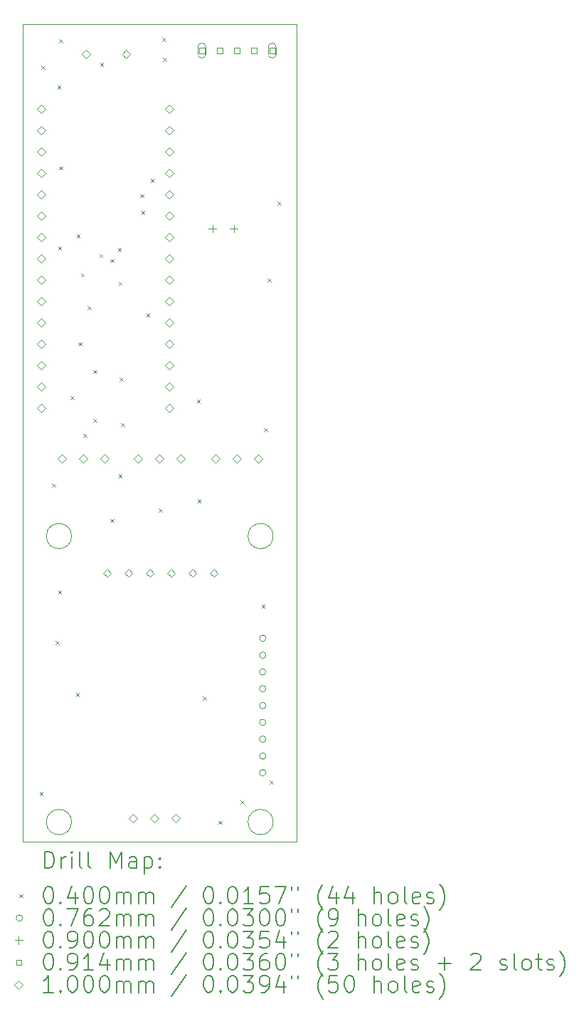
<source format=gbr>
%TF.GenerationSoftware,KiCad,Pcbnew,8.0.8*%
%TF.CreationDate,2025-06-09T14:52:16-04:00*%
%TF.ProjectId,V0.5.0,56302e35-2e30-42e6-9b69-6361645f7063,rev?*%
%TF.SameCoordinates,Original*%
%TF.FileFunction,Drillmap*%
%TF.FilePolarity,Positive*%
%FSLAX45Y45*%
G04 Gerber Fmt 4.5, Leading zero omitted, Abs format (unit mm)*
G04 Created by KiCad (PCBNEW 8.0.8) date 2025-06-09 14:52:16*
%MOMM*%
%LPD*%
G01*
G04 APERTURE LIST*
%ADD10C,0.050000*%
%ADD11C,0.200000*%
%ADD12C,0.100000*%
G04 APERTURE END LIST*
D10*
X9720000Y-12420000D02*
X12980000Y-12420000D01*
X10300000Y-8785000D02*
G75*
G02*
X10000000Y-8785000I-150000J0D01*
G01*
X10000000Y-8785000D02*
G75*
G02*
X10300000Y-8785000I150000J0D01*
G01*
X10300000Y-12185000D02*
G75*
G02*
X10000000Y-12185000I-150000J0D01*
G01*
X10000000Y-12185000D02*
G75*
G02*
X10300000Y-12185000I150000J0D01*
G01*
X12700000Y-12185000D02*
G75*
G02*
X12400000Y-12185000I-150000J0D01*
G01*
X12400000Y-12185000D02*
G75*
G02*
X12700000Y-12185000I150000J0D01*
G01*
X9720000Y-2980000D02*
X9720000Y-12420000D01*
X12980000Y-2980000D02*
X12980000Y-12420000D01*
X12700000Y-8785000D02*
G75*
G02*
X12400000Y-8785000I-150000J0D01*
G01*
X12400000Y-8785000D02*
G75*
G02*
X12700000Y-8785000I150000J0D01*
G01*
X9720000Y-2700000D02*
X9720000Y-2980000D01*
X12980000Y-2700000D02*
X9720000Y-2700000D01*
X12980000Y-2980000D02*
X12980000Y-2700000D01*
D11*
D12*
X9920000Y-11830000D02*
X9960000Y-11870000D01*
X9960000Y-11830000D02*
X9920000Y-11870000D01*
X9940000Y-3190000D02*
X9980000Y-3230000D01*
X9980000Y-3190000D02*
X9940000Y-3230000D01*
X10070000Y-8160000D02*
X10110000Y-8200000D01*
X10110000Y-8160000D02*
X10070000Y-8200000D01*
X10110000Y-10030000D02*
X10150000Y-10070000D01*
X10150000Y-10030000D02*
X10110000Y-10070000D01*
X10130000Y-3430000D02*
X10170000Y-3470000D01*
X10170000Y-3430000D02*
X10130000Y-3470000D01*
X10140000Y-5340000D02*
X10180000Y-5380000D01*
X10180000Y-5340000D02*
X10140000Y-5380000D01*
X10140000Y-9430000D02*
X10180000Y-9470000D01*
X10180000Y-9430000D02*
X10140000Y-9470000D01*
X10150000Y-2880000D02*
X10190000Y-2920000D01*
X10190000Y-2880000D02*
X10150000Y-2920000D01*
X10150000Y-4390000D02*
X10190000Y-4430000D01*
X10190000Y-4390000D02*
X10150000Y-4430000D01*
X10290000Y-7120000D02*
X10330000Y-7160000D01*
X10330000Y-7120000D02*
X10290000Y-7160000D01*
X10350000Y-10650000D02*
X10390000Y-10690000D01*
X10390000Y-10650000D02*
X10350000Y-10690000D01*
X10360000Y-5200000D02*
X10400000Y-5240000D01*
X10400000Y-5200000D02*
X10360000Y-5240000D01*
X10380000Y-6480000D02*
X10420000Y-6520000D01*
X10420000Y-6480000D02*
X10380000Y-6520000D01*
X10410000Y-5660000D02*
X10450000Y-5700000D01*
X10450000Y-5660000D02*
X10410000Y-5700000D01*
X10440000Y-7570000D02*
X10480000Y-7610000D01*
X10480000Y-7570000D02*
X10440000Y-7610000D01*
X10490000Y-6050000D02*
X10530000Y-6090000D01*
X10530000Y-6050000D02*
X10490000Y-6090000D01*
X10560000Y-6810000D02*
X10600000Y-6850000D01*
X10600000Y-6810000D02*
X10560000Y-6850000D01*
X10560000Y-7390000D02*
X10600000Y-7430000D01*
X10600000Y-7390000D02*
X10560000Y-7430000D01*
X10630000Y-5430000D02*
X10670000Y-5470000D01*
X10670000Y-5430000D02*
X10630000Y-5470000D01*
X10640000Y-3160000D02*
X10680000Y-3200000D01*
X10680000Y-3160000D02*
X10640000Y-3200000D01*
X10760000Y-5490000D02*
X10800000Y-5530000D01*
X10800000Y-5490000D02*
X10760000Y-5530000D01*
X10760000Y-8580000D02*
X10800000Y-8620000D01*
X10800000Y-8580000D02*
X10760000Y-8620000D01*
X10850000Y-5360000D02*
X10890000Y-5400000D01*
X10890000Y-5360000D02*
X10850000Y-5400000D01*
X10860000Y-5760000D02*
X10900000Y-5800000D01*
X10900000Y-5760000D02*
X10860000Y-5800000D01*
X10860000Y-8050000D02*
X10900000Y-8090000D01*
X10900000Y-8050000D02*
X10860000Y-8090000D01*
X10870000Y-6900000D02*
X10910000Y-6940000D01*
X10910000Y-6900000D02*
X10870000Y-6940000D01*
X10890000Y-7440000D02*
X10930000Y-7480000D01*
X10930000Y-7440000D02*
X10890000Y-7480000D01*
X11120000Y-4720000D02*
X11160000Y-4760000D01*
X11160000Y-4720000D02*
X11120000Y-4760000D01*
X11130000Y-4920000D02*
X11170000Y-4960000D01*
X11170000Y-4920000D02*
X11130000Y-4960000D01*
X11190000Y-6140000D02*
X11230000Y-6180000D01*
X11230000Y-6140000D02*
X11190000Y-6180000D01*
X11240000Y-4540000D02*
X11280000Y-4580000D01*
X11280000Y-4540000D02*
X11240000Y-4580000D01*
X11340000Y-8460000D02*
X11380000Y-8500000D01*
X11380000Y-8460000D02*
X11340000Y-8500000D01*
X11380000Y-2860000D02*
X11420000Y-2900000D01*
X11420000Y-2860000D02*
X11380000Y-2900000D01*
X11390000Y-3100000D02*
X11430000Y-3140000D01*
X11430000Y-3100000D02*
X11390000Y-3140000D01*
X11790000Y-7160000D02*
X11830000Y-7200000D01*
X11830000Y-7160000D02*
X11790000Y-7200000D01*
X11800000Y-8350000D02*
X11840000Y-8390000D01*
X11840000Y-8350000D02*
X11800000Y-8390000D01*
X11860000Y-10690000D02*
X11900000Y-10730000D01*
X11900000Y-10690000D02*
X11860000Y-10730000D01*
X12050000Y-12170000D02*
X12090000Y-12210000D01*
X12090000Y-12170000D02*
X12050000Y-12210000D01*
X12310000Y-11930000D02*
X12350000Y-11970000D01*
X12350000Y-11930000D02*
X12310000Y-11970000D01*
X12560000Y-9600000D02*
X12600000Y-9640000D01*
X12600000Y-9600000D02*
X12560000Y-9640000D01*
X12590000Y-7500000D02*
X12630000Y-7540000D01*
X12630000Y-7500000D02*
X12590000Y-7540000D01*
X12630000Y-5720000D02*
X12670000Y-5760000D01*
X12670000Y-5720000D02*
X12630000Y-5760000D01*
X12660000Y-11690000D02*
X12700000Y-11730000D01*
X12700000Y-11690000D02*
X12660000Y-11730000D01*
X12750000Y-4810000D02*
X12790000Y-4850000D01*
X12790000Y-4810000D02*
X12750000Y-4850000D01*
X12613100Y-10000000D02*
G75*
G02*
X12536900Y-10000000I-38100J0D01*
G01*
X12536900Y-10000000D02*
G75*
G02*
X12613100Y-10000000I38100J0D01*
G01*
X12613100Y-10200000D02*
G75*
G02*
X12536900Y-10200000I-38100J0D01*
G01*
X12536900Y-10200000D02*
G75*
G02*
X12613100Y-10200000I38100J0D01*
G01*
X12613100Y-10400000D02*
G75*
G02*
X12536900Y-10400000I-38100J0D01*
G01*
X12536900Y-10400000D02*
G75*
G02*
X12613100Y-10400000I38100J0D01*
G01*
X12613100Y-10600000D02*
G75*
G02*
X12536900Y-10600000I-38100J0D01*
G01*
X12536900Y-10600000D02*
G75*
G02*
X12613100Y-10600000I38100J0D01*
G01*
X12613100Y-10800000D02*
G75*
G02*
X12536900Y-10800000I-38100J0D01*
G01*
X12536900Y-10800000D02*
G75*
G02*
X12613100Y-10800000I38100J0D01*
G01*
X12613100Y-11000000D02*
G75*
G02*
X12536900Y-11000000I-38100J0D01*
G01*
X12536900Y-11000000D02*
G75*
G02*
X12613100Y-11000000I38100J0D01*
G01*
X12613100Y-11200000D02*
G75*
G02*
X12536900Y-11200000I-38100J0D01*
G01*
X12536900Y-11200000D02*
G75*
G02*
X12613100Y-11200000I38100J0D01*
G01*
X12613100Y-11400000D02*
G75*
G02*
X12536900Y-11400000I-38100J0D01*
G01*
X12536900Y-11400000D02*
G75*
G02*
X12613100Y-11400000I38100J0D01*
G01*
X12613100Y-11600000D02*
G75*
G02*
X12536900Y-11600000I-38100J0D01*
G01*
X12536900Y-11600000D02*
G75*
G02*
X12613100Y-11600000I38100J0D01*
G01*
X11976000Y-5085000D02*
X11976000Y-5175000D01*
X11931000Y-5130000D02*
X12021000Y-5130000D01*
X12230000Y-5085000D02*
X12230000Y-5175000D01*
X12185000Y-5130000D02*
X12275000Y-5130000D01*
X11883215Y-3044315D02*
X11883215Y-2979685D01*
X11818585Y-2979685D01*
X11818585Y-3044315D01*
X11883215Y-3044315D01*
X11805200Y-2969700D02*
X11805200Y-3054300D01*
X11896600Y-3054300D02*
G75*
G02*
X11805200Y-3054300I-45700J0D01*
G01*
X11896600Y-3054300D02*
X11896600Y-2969700D01*
X11896600Y-2969700D02*
G75*
G03*
X11805200Y-2969700I-45700J0D01*
G01*
X12099115Y-3044315D02*
X12099115Y-2979685D01*
X12034485Y-2979685D01*
X12034485Y-3044315D01*
X12099115Y-3044315D01*
X12302315Y-3044315D02*
X12302315Y-2979685D01*
X12237685Y-2979685D01*
X12237685Y-3044315D01*
X12302315Y-3044315D01*
X12505515Y-3044315D02*
X12505515Y-2979685D01*
X12440885Y-2979685D01*
X12440885Y-3044315D01*
X12505515Y-3044315D01*
X12721415Y-3044315D02*
X12721415Y-2979685D01*
X12656785Y-2979685D01*
X12656785Y-3044315D01*
X12721415Y-3044315D01*
X12643400Y-2969700D02*
X12643400Y-3054300D01*
X12734800Y-3054300D02*
G75*
G02*
X12643400Y-3054300I-45700J0D01*
G01*
X12734800Y-3054300D02*
X12734800Y-2969700D01*
X12734800Y-2969700D02*
G75*
G03*
X12643400Y-2969700I-45700J0D01*
G01*
X9936000Y-3754000D02*
X9986000Y-3704000D01*
X9936000Y-3654000D01*
X9886000Y-3704000D01*
X9936000Y-3754000D01*
X9936000Y-4008000D02*
X9986000Y-3958000D01*
X9936000Y-3908000D01*
X9886000Y-3958000D01*
X9936000Y-4008000D01*
X9936000Y-4262000D02*
X9986000Y-4212000D01*
X9936000Y-4162000D01*
X9886000Y-4212000D01*
X9936000Y-4262000D01*
X9936000Y-4516000D02*
X9986000Y-4466000D01*
X9936000Y-4416000D01*
X9886000Y-4466000D01*
X9936000Y-4516000D01*
X9936000Y-4770000D02*
X9986000Y-4720000D01*
X9936000Y-4670000D01*
X9886000Y-4720000D01*
X9936000Y-4770000D01*
X9936000Y-5024000D02*
X9986000Y-4974000D01*
X9936000Y-4924000D01*
X9886000Y-4974000D01*
X9936000Y-5024000D01*
X9936000Y-5278000D02*
X9986000Y-5228000D01*
X9936000Y-5178000D01*
X9886000Y-5228000D01*
X9936000Y-5278000D01*
X9936000Y-5532000D02*
X9986000Y-5482000D01*
X9936000Y-5432000D01*
X9886000Y-5482000D01*
X9936000Y-5532000D01*
X9936000Y-5786000D02*
X9986000Y-5736000D01*
X9936000Y-5686000D01*
X9886000Y-5736000D01*
X9936000Y-5786000D01*
X9936000Y-6040000D02*
X9986000Y-5990000D01*
X9936000Y-5940000D01*
X9886000Y-5990000D01*
X9936000Y-6040000D01*
X9936000Y-6294000D02*
X9986000Y-6244000D01*
X9936000Y-6194000D01*
X9886000Y-6244000D01*
X9936000Y-6294000D01*
X9936000Y-6548000D02*
X9986000Y-6498000D01*
X9936000Y-6448000D01*
X9886000Y-6498000D01*
X9936000Y-6548000D01*
X9936000Y-6802000D02*
X9986000Y-6752000D01*
X9936000Y-6702000D01*
X9886000Y-6752000D01*
X9936000Y-6802000D01*
X9936000Y-7056000D02*
X9986000Y-7006000D01*
X9936000Y-6956000D01*
X9886000Y-7006000D01*
X9936000Y-7056000D01*
X9936000Y-7310000D02*
X9986000Y-7260000D01*
X9936000Y-7210000D01*
X9886000Y-7260000D01*
X9936000Y-7310000D01*
X10182000Y-7911000D02*
X10232000Y-7861000D01*
X10182000Y-7811000D01*
X10132000Y-7861000D01*
X10182000Y-7911000D01*
X10436000Y-7911000D02*
X10486000Y-7861000D01*
X10436000Y-7811000D01*
X10386000Y-7861000D01*
X10436000Y-7911000D01*
X10470000Y-3103000D02*
X10520000Y-3053000D01*
X10470000Y-3003000D01*
X10420000Y-3053000D01*
X10470000Y-3103000D01*
X10690000Y-7911000D02*
X10740000Y-7861000D01*
X10690000Y-7811000D01*
X10640000Y-7861000D01*
X10690000Y-7911000D01*
X10723000Y-9273000D02*
X10773000Y-9223000D01*
X10723000Y-9173000D01*
X10673000Y-9223000D01*
X10723000Y-9273000D01*
X10951000Y-3103000D02*
X11001000Y-3053000D01*
X10951000Y-3003000D01*
X10901000Y-3053000D01*
X10951000Y-3103000D01*
X10977000Y-9273000D02*
X11027000Y-9223000D01*
X10977000Y-9173000D01*
X10927000Y-9223000D01*
X10977000Y-9273000D01*
X11032000Y-12191000D02*
X11082000Y-12141000D01*
X11032000Y-12091000D01*
X10982000Y-12141000D01*
X11032000Y-12191000D01*
X11092000Y-7911000D02*
X11142000Y-7861000D01*
X11092000Y-7811000D01*
X11042000Y-7861000D01*
X11092000Y-7911000D01*
X11231000Y-9273000D02*
X11281000Y-9223000D01*
X11231000Y-9173000D01*
X11181000Y-9223000D01*
X11231000Y-9273000D01*
X11286000Y-12191000D02*
X11336000Y-12141000D01*
X11286000Y-12091000D01*
X11236000Y-12141000D01*
X11286000Y-12191000D01*
X11346000Y-7911000D02*
X11396000Y-7861000D01*
X11346000Y-7811000D01*
X11296000Y-7861000D01*
X11346000Y-7911000D01*
X11460000Y-3754000D02*
X11510000Y-3704000D01*
X11460000Y-3654000D01*
X11410000Y-3704000D01*
X11460000Y-3754000D01*
X11460000Y-4008000D02*
X11510000Y-3958000D01*
X11460000Y-3908000D01*
X11410000Y-3958000D01*
X11460000Y-4008000D01*
X11460000Y-4262000D02*
X11510000Y-4212000D01*
X11460000Y-4162000D01*
X11410000Y-4212000D01*
X11460000Y-4262000D01*
X11460000Y-4516000D02*
X11510000Y-4466000D01*
X11460000Y-4416000D01*
X11410000Y-4466000D01*
X11460000Y-4516000D01*
X11460000Y-4770000D02*
X11510000Y-4720000D01*
X11460000Y-4670000D01*
X11410000Y-4720000D01*
X11460000Y-4770000D01*
X11460000Y-5024000D02*
X11510000Y-4974000D01*
X11460000Y-4924000D01*
X11410000Y-4974000D01*
X11460000Y-5024000D01*
X11460000Y-5278000D02*
X11510000Y-5228000D01*
X11460000Y-5178000D01*
X11410000Y-5228000D01*
X11460000Y-5278000D01*
X11460000Y-5532000D02*
X11510000Y-5482000D01*
X11460000Y-5432000D01*
X11410000Y-5482000D01*
X11460000Y-5532000D01*
X11460000Y-5786000D02*
X11510000Y-5736000D01*
X11460000Y-5686000D01*
X11410000Y-5736000D01*
X11460000Y-5786000D01*
X11460000Y-6040000D02*
X11510000Y-5990000D01*
X11460000Y-5940000D01*
X11410000Y-5990000D01*
X11460000Y-6040000D01*
X11460000Y-6294000D02*
X11510000Y-6244000D01*
X11460000Y-6194000D01*
X11410000Y-6244000D01*
X11460000Y-6294000D01*
X11460000Y-6548000D02*
X11510000Y-6498000D01*
X11460000Y-6448000D01*
X11410000Y-6498000D01*
X11460000Y-6548000D01*
X11460000Y-6802000D02*
X11510000Y-6752000D01*
X11460000Y-6702000D01*
X11410000Y-6752000D01*
X11460000Y-6802000D01*
X11460000Y-7056000D02*
X11510000Y-7006000D01*
X11460000Y-6956000D01*
X11410000Y-7006000D01*
X11460000Y-7056000D01*
X11460000Y-7310000D02*
X11510000Y-7260000D01*
X11460000Y-7210000D01*
X11410000Y-7260000D01*
X11460000Y-7310000D01*
X11485000Y-9273000D02*
X11535000Y-9223000D01*
X11485000Y-9173000D01*
X11435000Y-9223000D01*
X11485000Y-9273000D01*
X11540000Y-12191000D02*
X11590000Y-12141000D01*
X11540000Y-12091000D01*
X11490000Y-12141000D01*
X11540000Y-12191000D01*
X11600000Y-7911000D02*
X11650000Y-7861000D01*
X11600000Y-7811000D01*
X11550000Y-7861000D01*
X11600000Y-7911000D01*
X11739000Y-9273000D02*
X11789000Y-9223000D01*
X11739000Y-9173000D01*
X11689000Y-9223000D01*
X11739000Y-9273000D01*
X11993000Y-9273000D02*
X12043000Y-9223000D01*
X11993000Y-9173000D01*
X11943000Y-9223000D01*
X11993000Y-9273000D01*
X12012000Y-7911000D02*
X12062000Y-7861000D01*
X12012000Y-7811000D01*
X11962000Y-7861000D01*
X12012000Y-7911000D01*
X12266000Y-7911000D02*
X12316000Y-7861000D01*
X12266000Y-7811000D01*
X12216000Y-7861000D01*
X12266000Y-7911000D01*
X12520000Y-7911000D02*
X12570000Y-7861000D01*
X12520000Y-7811000D01*
X12470000Y-7861000D01*
X12520000Y-7911000D01*
D11*
X9978277Y-12733984D02*
X9978277Y-12533984D01*
X9978277Y-12533984D02*
X10025896Y-12533984D01*
X10025896Y-12533984D02*
X10054467Y-12543508D01*
X10054467Y-12543508D02*
X10073515Y-12562555D01*
X10073515Y-12562555D02*
X10083039Y-12581603D01*
X10083039Y-12581603D02*
X10092563Y-12619698D01*
X10092563Y-12619698D02*
X10092563Y-12648269D01*
X10092563Y-12648269D02*
X10083039Y-12686365D01*
X10083039Y-12686365D02*
X10073515Y-12705412D01*
X10073515Y-12705412D02*
X10054467Y-12724460D01*
X10054467Y-12724460D02*
X10025896Y-12733984D01*
X10025896Y-12733984D02*
X9978277Y-12733984D01*
X10178277Y-12733984D02*
X10178277Y-12600650D01*
X10178277Y-12638746D02*
X10187801Y-12619698D01*
X10187801Y-12619698D02*
X10197324Y-12610174D01*
X10197324Y-12610174D02*
X10216372Y-12600650D01*
X10216372Y-12600650D02*
X10235420Y-12600650D01*
X10302086Y-12733984D02*
X10302086Y-12600650D01*
X10302086Y-12533984D02*
X10292563Y-12543508D01*
X10292563Y-12543508D02*
X10302086Y-12553031D01*
X10302086Y-12553031D02*
X10311610Y-12543508D01*
X10311610Y-12543508D02*
X10302086Y-12533984D01*
X10302086Y-12533984D02*
X10302086Y-12553031D01*
X10425896Y-12733984D02*
X10406848Y-12724460D01*
X10406848Y-12724460D02*
X10397324Y-12705412D01*
X10397324Y-12705412D02*
X10397324Y-12533984D01*
X10530658Y-12733984D02*
X10511610Y-12724460D01*
X10511610Y-12724460D02*
X10502086Y-12705412D01*
X10502086Y-12705412D02*
X10502086Y-12533984D01*
X10759229Y-12733984D02*
X10759229Y-12533984D01*
X10759229Y-12533984D02*
X10825896Y-12676841D01*
X10825896Y-12676841D02*
X10892563Y-12533984D01*
X10892563Y-12533984D02*
X10892563Y-12733984D01*
X11073515Y-12733984D02*
X11073515Y-12629222D01*
X11073515Y-12629222D02*
X11063991Y-12610174D01*
X11063991Y-12610174D02*
X11044944Y-12600650D01*
X11044944Y-12600650D02*
X11006848Y-12600650D01*
X11006848Y-12600650D02*
X10987801Y-12610174D01*
X11073515Y-12724460D02*
X11054467Y-12733984D01*
X11054467Y-12733984D02*
X11006848Y-12733984D01*
X11006848Y-12733984D02*
X10987801Y-12724460D01*
X10987801Y-12724460D02*
X10978277Y-12705412D01*
X10978277Y-12705412D02*
X10978277Y-12686365D01*
X10978277Y-12686365D02*
X10987801Y-12667317D01*
X10987801Y-12667317D02*
X11006848Y-12657793D01*
X11006848Y-12657793D02*
X11054467Y-12657793D01*
X11054467Y-12657793D02*
X11073515Y-12648269D01*
X11168753Y-12600650D02*
X11168753Y-12800650D01*
X11168753Y-12610174D02*
X11187801Y-12600650D01*
X11187801Y-12600650D02*
X11225896Y-12600650D01*
X11225896Y-12600650D02*
X11244943Y-12610174D01*
X11244943Y-12610174D02*
X11254467Y-12619698D01*
X11254467Y-12619698D02*
X11263991Y-12638746D01*
X11263991Y-12638746D02*
X11263991Y-12695888D01*
X11263991Y-12695888D02*
X11254467Y-12714936D01*
X11254467Y-12714936D02*
X11244943Y-12724460D01*
X11244943Y-12724460D02*
X11225896Y-12733984D01*
X11225896Y-12733984D02*
X11187801Y-12733984D01*
X11187801Y-12733984D02*
X11168753Y-12724460D01*
X11349705Y-12714936D02*
X11359229Y-12724460D01*
X11359229Y-12724460D02*
X11349705Y-12733984D01*
X11349705Y-12733984D02*
X11340182Y-12724460D01*
X11340182Y-12724460D02*
X11349705Y-12714936D01*
X11349705Y-12714936D02*
X11349705Y-12733984D01*
X11349705Y-12610174D02*
X11359229Y-12619698D01*
X11359229Y-12619698D02*
X11349705Y-12629222D01*
X11349705Y-12629222D02*
X11340182Y-12619698D01*
X11340182Y-12619698D02*
X11349705Y-12610174D01*
X11349705Y-12610174D02*
X11349705Y-12629222D01*
D12*
X9677500Y-13042500D02*
X9717500Y-13082500D01*
X9717500Y-13042500D02*
X9677500Y-13082500D01*
D11*
X10016372Y-12953984D02*
X10035420Y-12953984D01*
X10035420Y-12953984D02*
X10054467Y-12963508D01*
X10054467Y-12963508D02*
X10063991Y-12973031D01*
X10063991Y-12973031D02*
X10073515Y-12992079D01*
X10073515Y-12992079D02*
X10083039Y-13030174D01*
X10083039Y-13030174D02*
X10083039Y-13077793D01*
X10083039Y-13077793D02*
X10073515Y-13115888D01*
X10073515Y-13115888D02*
X10063991Y-13134936D01*
X10063991Y-13134936D02*
X10054467Y-13144460D01*
X10054467Y-13144460D02*
X10035420Y-13153984D01*
X10035420Y-13153984D02*
X10016372Y-13153984D01*
X10016372Y-13153984D02*
X9997324Y-13144460D01*
X9997324Y-13144460D02*
X9987801Y-13134936D01*
X9987801Y-13134936D02*
X9978277Y-13115888D01*
X9978277Y-13115888D02*
X9968753Y-13077793D01*
X9968753Y-13077793D02*
X9968753Y-13030174D01*
X9968753Y-13030174D02*
X9978277Y-12992079D01*
X9978277Y-12992079D02*
X9987801Y-12973031D01*
X9987801Y-12973031D02*
X9997324Y-12963508D01*
X9997324Y-12963508D02*
X10016372Y-12953984D01*
X10168753Y-13134936D02*
X10178277Y-13144460D01*
X10178277Y-13144460D02*
X10168753Y-13153984D01*
X10168753Y-13153984D02*
X10159229Y-13144460D01*
X10159229Y-13144460D02*
X10168753Y-13134936D01*
X10168753Y-13134936D02*
X10168753Y-13153984D01*
X10349705Y-13020650D02*
X10349705Y-13153984D01*
X10302086Y-12944460D02*
X10254467Y-13087317D01*
X10254467Y-13087317D02*
X10378277Y-13087317D01*
X10492563Y-12953984D02*
X10511610Y-12953984D01*
X10511610Y-12953984D02*
X10530658Y-12963508D01*
X10530658Y-12963508D02*
X10540182Y-12973031D01*
X10540182Y-12973031D02*
X10549705Y-12992079D01*
X10549705Y-12992079D02*
X10559229Y-13030174D01*
X10559229Y-13030174D02*
X10559229Y-13077793D01*
X10559229Y-13077793D02*
X10549705Y-13115888D01*
X10549705Y-13115888D02*
X10540182Y-13134936D01*
X10540182Y-13134936D02*
X10530658Y-13144460D01*
X10530658Y-13144460D02*
X10511610Y-13153984D01*
X10511610Y-13153984D02*
X10492563Y-13153984D01*
X10492563Y-13153984D02*
X10473515Y-13144460D01*
X10473515Y-13144460D02*
X10463991Y-13134936D01*
X10463991Y-13134936D02*
X10454467Y-13115888D01*
X10454467Y-13115888D02*
X10444944Y-13077793D01*
X10444944Y-13077793D02*
X10444944Y-13030174D01*
X10444944Y-13030174D02*
X10454467Y-12992079D01*
X10454467Y-12992079D02*
X10463991Y-12973031D01*
X10463991Y-12973031D02*
X10473515Y-12963508D01*
X10473515Y-12963508D02*
X10492563Y-12953984D01*
X10683039Y-12953984D02*
X10702086Y-12953984D01*
X10702086Y-12953984D02*
X10721134Y-12963508D01*
X10721134Y-12963508D02*
X10730658Y-12973031D01*
X10730658Y-12973031D02*
X10740182Y-12992079D01*
X10740182Y-12992079D02*
X10749705Y-13030174D01*
X10749705Y-13030174D02*
X10749705Y-13077793D01*
X10749705Y-13077793D02*
X10740182Y-13115888D01*
X10740182Y-13115888D02*
X10730658Y-13134936D01*
X10730658Y-13134936D02*
X10721134Y-13144460D01*
X10721134Y-13144460D02*
X10702086Y-13153984D01*
X10702086Y-13153984D02*
X10683039Y-13153984D01*
X10683039Y-13153984D02*
X10663991Y-13144460D01*
X10663991Y-13144460D02*
X10654467Y-13134936D01*
X10654467Y-13134936D02*
X10644944Y-13115888D01*
X10644944Y-13115888D02*
X10635420Y-13077793D01*
X10635420Y-13077793D02*
X10635420Y-13030174D01*
X10635420Y-13030174D02*
X10644944Y-12992079D01*
X10644944Y-12992079D02*
X10654467Y-12973031D01*
X10654467Y-12973031D02*
X10663991Y-12963508D01*
X10663991Y-12963508D02*
X10683039Y-12953984D01*
X10835420Y-13153984D02*
X10835420Y-13020650D01*
X10835420Y-13039698D02*
X10844944Y-13030174D01*
X10844944Y-13030174D02*
X10863991Y-13020650D01*
X10863991Y-13020650D02*
X10892563Y-13020650D01*
X10892563Y-13020650D02*
X10911610Y-13030174D01*
X10911610Y-13030174D02*
X10921134Y-13049222D01*
X10921134Y-13049222D02*
X10921134Y-13153984D01*
X10921134Y-13049222D02*
X10930658Y-13030174D01*
X10930658Y-13030174D02*
X10949705Y-13020650D01*
X10949705Y-13020650D02*
X10978277Y-13020650D01*
X10978277Y-13020650D02*
X10997325Y-13030174D01*
X10997325Y-13030174D02*
X11006848Y-13049222D01*
X11006848Y-13049222D02*
X11006848Y-13153984D01*
X11102086Y-13153984D02*
X11102086Y-13020650D01*
X11102086Y-13039698D02*
X11111610Y-13030174D01*
X11111610Y-13030174D02*
X11130658Y-13020650D01*
X11130658Y-13020650D02*
X11159229Y-13020650D01*
X11159229Y-13020650D02*
X11178277Y-13030174D01*
X11178277Y-13030174D02*
X11187801Y-13049222D01*
X11187801Y-13049222D02*
X11187801Y-13153984D01*
X11187801Y-13049222D02*
X11197324Y-13030174D01*
X11197324Y-13030174D02*
X11216372Y-13020650D01*
X11216372Y-13020650D02*
X11244943Y-13020650D01*
X11244943Y-13020650D02*
X11263991Y-13030174D01*
X11263991Y-13030174D02*
X11273515Y-13049222D01*
X11273515Y-13049222D02*
X11273515Y-13153984D01*
X11663991Y-12944460D02*
X11492563Y-13201603D01*
X11921134Y-12953984D02*
X11940182Y-12953984D01*
X11940182Y-12953984D02*
X11959229Y-12963508D01*
X11959229Y-12963508D02*
X11968753Y-12973031D01*
X11968753Y-12973031D02*
X11978277Y-12992079D01*
X11978277Y-12992079D02*
X11987801Y-13030174D01*
X11987801Y-13030174D02*
X11987801Y-13077793D01*
X11987801Y-13077793D02*
X11978277Y-13115888D01*
X11978277Y-13115888D02*
X11968753Y-13134936D01*
X11968753Y-13134936D02*
X11959229Y-13144460D01*
X11959229Y-13144460D02*
X11940182Y-13153984D01*
X11940182Y-13153984D02*
X11921134Y-13153984D01*
X11921134Y-13153984D02*
X11902086Y-13144460D01*
X11902086Y-13144460D02*
X11892563Y-13134936D01*
X11892563Y-13134936D02*
X11883039Y-13115888D01*
X11883039Y-13115888D02*
X11873515Y-13077793D01*
X11873515Y-13077793D02*
X11873515Y-13030174D01*
X11873515Y-13030174D02*
X11883039Y-12992079D01*
X11883039Y-12992079D02*
X11892563Y-12973031D01*
X11892563Y-12973031D02*
X11902086Y-12963508D01*
X11902086Y-12963508D02*
X11921134Y-12953984D01*
X12073515Y-13134936D02*
X12083039Y-13144460D01*
X12083039Y-13144460D02*
X12073515Y-13153984D01*
X12073515Y-13153984D02*
X12063991Y-13144460D01*
X12063991Y-13144460D02*
X12073515Y-13134936D01*
X12073515Y-13134936D02*
X12073515Y-13153984D01*
X12206848Y-12953984D02*
X12225896Y-12953984D01*
X12225896Y-12953984D02*
X12244944Y-12963508D01*
X12244944Y-12963508D02*
X12254467Y-12973031D01*
X12254467Y-12973031D02*
X12263991Y-12992079D01*
X12263991Y-12992079D02*
X12273515Y-13030174D01*
X12273515Y-13030174D02*
X12273515Y-13077793D01*
X12273515Y-13077793D02*
X12263991Y-13115888D01*
X12263991Y-13115888D02*
X12254467Y-13134936D01*
X12254467Y-13134936D02*
X12244944Y-13144460D01*
X12244944Y-13144460D02*
X12225896Y-13153984D01*
X12225896Y-13153984D02*
X12206848Y-13153984D01*
X12206848Y-13153984D02*
X12187801Y-13144460D01*
X12187801Y-13144460D02*
X12178277Y-13134936D01*
X12178277Y-13134936D02*
X12168753Y-13115888D01*
X12168753Y-13115888D02*
X12159229Y-13077793D01*
X12159229Y-13077793D02*
X12159229Y-13030174D01*
X12159229Y-13030174D02*
X12168753Y-12992079D01*
X12168753Y-12992079D02*
X12178277Y-12973031D01*
X12178277Y-12973031D02*
X12187801Y-12963508D01*
X12187801Y-12963508D02*
X12206848Y-12953984D01*
X12463991Y-13153984D02*
X12349706Y-13153984D01*
X12406848Y-13153984D02*
X12406848Y-12953984D01*
X12406848Y-12953984D02*
X12387801Y-12982555D01*
X12387801Y-12982555D02*
X12368753Y-13001603D01*
X12368753Y-13001603D02*
X12349706Y-13011127D01*
X12644944Y-12953984D02*
X12549706Y-12953984D01*
X12549706Y-12953984D02*
X12540182Y-13049222D01*
X12540182Y-13049222D02*
X12549706Y-13039698D01*
X12549706Y-13039698D02*
X12568753Y-13030174D01*
X12568753Y-13030174D02*
X12616372Y-13030174D01*
X12616372Y-13030174D02*
X12635420Y-13039698D01*
X12635420Y-13039698D02*
X12644944Y-13049222D01*
X12644944Y-13049222D02*
X12654467Y-13068269D01*
X12654467Y-13068269D02*
X12654467Y-13115888D01*
X12654467Y-13115888D02*
X12644944Y-13134936D01*
X12644944Y-13134936D02*
X12635420Y-13144460D01*
X12635420Y-13144460D02*
X12616372Y-13153984D01*
X12616372Y-13153984D02*
X12568753Y-13153984D01*
X12568753Y-13153984D02*
X12549706Y-13144460D01*
X12549706Y-13144460D02*
X12540182Y-13134936D01*
X12721134Y-12953984D02*
X12854467Y-12953984D01*
X12854467Y-12953984D02*
X12768753Y-13153984D01*
X12921134Y-12953984D02*
X12921134Y-12992079D01*
X12997325Y-12953984D02*
X12997325Y-12992079D01*
X13292563Y-13230174D02*
X13283039Y-13220650D01*
X13283039Y-13220650D02*
X13263991Y-13192079D01*
X13263991Y-13192079D02*
X13254468Y-13173031D01*
X13254468Y-13173031D02*
X13244944Y-13144460D01*
X13244944Y-13144460D02*
X13235420Y-13096841D01*
X13235420Y-13096841D02*
X13235420Y-13058746D01*
X13235420Y-13058746D02*
X13244944Y-13011127D01*
X13244944Y-13011127D02*
X13254468Y-12982555D01*
X13254468Y-12982555D02*
X13263991Y-12963508D01*
X13263991Y-12963508D02*
X13283039Y-12934936D01*
X13283039Y-12934936D02*
X13292563Y-12925412D01*
X13454468Y-13020650D02*
X13454468Y-13153984D01*
X13406848Y-12944460D02*
X13359229Y-13087317D01*
X13359229Y-13087317D02*
X13483039Y-13087317D01*
X13644944Y-13020650D02*
X13644944Y-13153984D01*
X13597325Y-12944460D02*
X13549706Y-13087317D01*
X13549706Y-13087317D02*
X13673515Y-13087317D01*
X13902087Y-13153984D02*
X13902087Y-12953984D01*
X13987801Y-13153984D02*
X13987801Y-13049222D01*
X13987801Y-13049222D02*
X13978277Y-13030174D01*
X13978277Y-13030174D02*
X13959230Y-13020650D01*
X13959230Y-13020650D02*
X13930658Y-13020650D01*
X13930658Y-13020650D02*
X13911610Y-13030174D01*
X13911610Y-13030174D02*
X13902087Y-13039698D01*
X14111610Y-13153984D02*
X14092563Y-13144460D01*
X14092563Y-13144460D02*
X14083039Y-13134936D01*
X14083039Y-13134936D02*
X14073515Y-13115888D01*
X14073515Y-13115888D02*
X14073515Y-13058746D01*
X14073515Y-13058746D02*
X14083039Y-13039698D01*
X14083039Y-13039698D02*
X14092563Y-13030174D01*
X14092563Y-13030174D02*
X14111610Y-13020650D01*
X14111610Y-13020650D02*
X14140182Y-13020650D01*
X14140182Y-13020650D02*
X14159230Y-13030174D01*
X14159230Y-13030174D02*
X14168753Y-13039698D01*
X14168753Y-13039698D02*
X14178277Y-13058746D01*
X14178277Y-13058746D02*
X14178277Y-13115888D01*
X14178277Y-13115888D02*
X14168753Y-13134936D01*
X14168753Y-13134936D02*
X14159230Y-13144460D01*
X14159230Y-13144460D02*
X14140182Y-13153984D01*
X14140182Y-13153984D02*
X14111610Y-13153984D01*
X14292563Y-13153984D02*
X14273515Y-13144460D01*
X14273515Y-13144460D02*
X14263991Y-13125412D01*
X14263991Y-13125412D02*
X14263991Y-12953984D01*
X14444944Y-13144460D02*
X14425896Y-13153984D01*
X14425896Y-13153984D02*
X14387801Y-13153984D01*
X14387801Y-13153984D02*
X14368753Y-13144460D01*
X14368753Y-13144460D02*
X14359230Y-13125412D01*
X14359230Y-13125412D02*
X14359230Y-13049222D01*
X14359230Y-13049222D02*
X14368753Y-13030174D01*
X14368753Y-13030174D02*
X14387801Y-13020650D01*
X14387801Y-13020650D02*
X14425896Y-13020650D01*
X14425896Y-13020650D02*
X14444944Y-13030174D01*
X14444944Y-13030174D02*
X14454468Y-13049222D01*
X14454468Y-13049222D02*
X14454468Y-13068269D01*
X14454468Y-13068269D02*
X14359230Y-13087317D01*
X14530658Y-13144460D02*
X14549706Y-13153984D01*
X14549706Y-13153984D02*
X14587801Y-13153984D01*
X14587801Y-13153984D02*
X14606849Y-13144460D01*
X14606849Y-13144460D02*
X14616372Y-13125412D01*
X14616372Y-13125412D02*
X14616372Y-13115888D01*
X14616372Y-13115888D02*
X14606849Y-13096841D01*
X14606849Y-13096841D02*
X14587801Y-13087317D01*
X14587801Y-13087317D02*
X14559230Y-13087317D01*
X14559230Y-13087317D02*
X14540182Y-13077793D01*
X14540182Y-13077793D02*
X14530658Y-13058746D01*
X14530658Y-13058746D02*
X14530658Y-13049222D01*
X14530658Y-13049222D02*
X14540182Y-13030174D01*
X14540182Y-13030174D02*
X14559230Y-13020650D01*
X14559230Y-13020650D02*
X14587801Y-13020650D01*
X14587801Y-13020650D02*
X14606849Y-13030174D01*
X14683039Y-13230174D02*
X14692563Y-13220650D01*
X14692563Y-13220650D02*
X14711611Y-13192079D01*
X14711611Y-13192079D02*
X14721134Y-13173031D01*
X14721134Y-13173031D02*
X14730658Y-13144460D01*
X14730658Y-13144460D02*
X14740182Y-13096841D01*
X14740182Y-13096841D02*
X14740182Y-13058746D01*
X14740182Y-13058746D02*
X14730658Y-13011127D01*
X14730658Y-13011127D02*
X14721134Y-12982555D01*
X14721134Y-12982555D02*
X14711611Y-12963508D01*
X14711611Y-12963508D02*
X14692563Y-12934936D01*
X14692563Y-12934936D02*
X14683039Y-12925412D01*
D12*
X9717500Y-13326500D02*
G75*
G02*
X9641300Y-13326500I-38100J0D01*
G01*
X9641300Y-13326500D02*
G75*
G02*
X9717500Y-13326500I38100J0D01*
G01*
D11*
X10016372Y-13217984D02*
X10035420Y-13217984D01*
X10035420Y-13217984D02*
X10054467Y-13227508D01*
X10054467Y-13227508D02*
X10063991Y-13237031D01*
X10063991Y-13237031D02*
X10073515Y-13256079D01*
X10073515Y-13256079D02*
X10083039Y-13294174D01*
X10083039Y-13294174D02*
X10083039Y-13341793D01*
X10083039Y-13341793D02*
X10073515Y-13379888D01*
X10073515Y-13379888D02*
X10063991Y-13398936D01*
X10063991Y-13398936D02*
X10054467Y-13408460D01*
X10054467Y-13408460D02*
X10035420Y-13417984D01*
X10035420Y-13417984D02*
X10016372Y-13417984D01*
X10016372Y-13417984D02*
X9997324Y-13408460D01*
X9997324Y-13408460D02*
X9987801Y-13398936D01*
X9987801Y-13398936D02*
X9978277Y-13379888D01*
X9978277Y-13379888D02*
X9968753Y-13341793D01*
X9968753Y-13341793D02*
X9968753Y-13294174D01*
X9968753Y-13294174D02*
X9978277Y-13256079D01*
X9978277Y-13256079D02*
X9987801Y-13237031D01*
X9987801Y-13237031D02*
X9997324Y-13227508D01*
X9997324Y-13227508D02*
X10016372Y-13217984D01*
X10168753Y-13398936D02*
X10178277Y-13408460D01*
X10178277Y-13408460D02*
X10168753Y-13417984D01*
X10168753Y-13417984D02*
X10159229Y-13408460D01*
X10159229Y-13408460D02*
X10168753Y-13398936D01*
X10168753Y-13398936D02*
X10168753Y-13417984D01*
X10244944Y-13217984D02*
X10378277Y-13217984D01*
X10378277Y-13217984D02*
X10292563Y-13417984D01*
X10540182Y-13217984D02*
X10502086Y-13217984D01*
X10502086Y-13217984D02*
X10483039Y-13227508D01*
X10483039Y-13227508D02*
X10473515Y-13237031D01*
X10473515Y-13237031D02*
X10454467Y-13265603D01*
X10454467Y-13265603D02*
X10444944Y-13303698D01*
X10444944Y-13303698D02*
X10444944Y-13379888D01*
X10444944Y-13379888D02*
X10454467Y-13398936D01*
X10454467Y-13398936D02*
X10463991Y-13408460D01*
X10463991Y-13408460D02*
X10483039Y-13417984D01*
X10483039Y-13417984D02*
X10521134Y-13417984D01*
X10521134Y-13417984D02*
X10540182Y-13408460D01*
X10540182Y-13408460D02*
X10549705Y-13398936D01*
X10549705Y-13398936D02*
X10559229Y-13379888D01*
X10559229Y-13379888D02*
X10559229Y-13332269D01*
X10559229Y-13332269D02*
X10549705Y-13313222D01*
X10549705Y-13313222D02*
X10540182Y-13303698D01*
X10540182Y-13303698D02*
X10521134Y-13294174D01*
X10521134Y-13294174D02*
X10483039Y-13294174D01*
X10483039Y-13294174D02*
X10463991Y-13303698D01*
X10463991Y-13303698D02*
X10454467Y-13313222D01*
X10454467Y-13313222D02*
X10444944Y-13332269D01*
X10635420Y-13237031D02*
X10644944Y-13227508D01*
X10644944Y-13227508D02*
X10663991Y-13217984D01*
X10663991Y-13217984D02*
X10711610Y-13217984D01*
X10711610Y-13217984D02*
X10730658Y-13227508D01*
X10730658Y-13227508D02*
X10740182Y-13237031D01*
X10740182Y-13237031D02*
X10749705Y-13256079D01*
X10749705Y-13256079D02*
X10749705Y-13275127D01*
X10749705Y-13275127D02*
X10740182Y-13303698D01*
X10740182Y-13303698D02*
X10625896Y-13417984D01*
X10625896Y-13417984D02*
X10749705Y-13417984D01*
X10835420Y-13417984D02*
X10835420Y-13284650D01*
X10835420Y-13303698D02*
X10844944Y-13294174D01*
X10844944Y-13294174D02*
X10863991Y-13284650D01*
X10863991Y-13284650D02*
X10892563Y-13284650D01*
X10892563Y-13284650D02*
X10911610Y-13294174D01*
X10911610Y-13294174D02*
X10921134Y-13313222D01*
X10921134Y-13313222D02*
X10921134Y-13417984D01*
X10921134Y-13313222D02*
X10930658Y-13294174D01*
X10930658Y-13294174D02*
X10949705Y-13284650D01*
X10949705Y-13284650D02*
X10978277Y-13284650D01*
X10978277Y-13284650D02*
X10997325Y-13294174D01*
X10997325Y-13294174D02*
X11006848Y-13313222D01*
X11006848Y-13313222D02*
X11006848Y-13417984D01*
X11102086Y-13417984D02*
X11102086Y-13284650D01*
X11102086Y-13303698D02*
X11111610Y-13294174D01*
X11111610Y-13294174D02*
X11130658Y-13284650D01*
X11130658Y-13284650D02*
X11159229Y-13284650D01*
X11159229Y-13284650D02*
X11178277Y-13294174D01*
X11178277Y-13294174D02*
X11187801Y-13313222D01*
X11187801Y-13313222D02*
X11187801Y-13417984D01*
X11187801Y-13313222D02*
X11197324Y-13294174D01*
X11197324Y-13294174D02*
X11216372Y-13284650D01*
X11216372Y-13284650D02*
X11244943Y-13284650D01*
X11244943Y-13284650D02*
X11263991Y-13294174D01*
X11263991Y-13294174D02*
X11273515Y-13313222D01*
X11273515Y-13313222D02*
X11273515Y-13417984D01*
X11663991Y-13208460D02*
X11492563Y-13465603D01*
X11921134Y-13217984D02*
X11940182Y-13217984D01*
X11940182Y-13217984D02*
X11959229Y-13227508D01*
X11959229Y-13227508D02*
X11968753Y-13237031D01*
X11968753Y-13237031D02*
X11978277Y-13256079D01*
X11978277Y-13256079D02*
X11987801Y-13294174D01*
X11987801Y-13294174D02*
X11987801Y-13341793D01*
X11987801Y-13341793D02*
X11978277Y-13379888D01*
X11978277Y-13379888D02*
X11968753Y-13398936D01*
X11968753Y-13398936D02*
X11959229Y-13408460D01*
X11959229Y-13408460D02*
X11940182Y-13417984D01*
X11940182Y-13417984D02*
X11921134Y-13417984D01*
X11921134Y-13417984D02*
X11902086Y-13408460D01*
X11902086Y-13408460D02*
X11892563Y-13398936D01*
X11892563Y-13398936D02*
X11883039Y-13379888D01*
X11883039Y-13379888D02*
X11873515Y-13341793D01*
X11873515Y-13341793D02*
X11873515Y-13294174D01*
X11873515Y-13294174D02*
X11883039Y-13256079D01*
X11883039Y-13256079D02*
X11892563Y-13237031D01*
X11892563Y-13237031D02*
X11902086Y-13227508D01*
X11902086Y-13227508D02*
X11921134Y-13217984D01*
X12073515Y-13398936D02*
X12083039Y-13408460D01*
X12083039Y-13408460D02*
X12073515Y-13417984D01*
X12073515Y-13417984D02*
X12063991Y-13408460D01*
X12063991Y-13408460D02*
X12073515Y-13398936D01*
X12073515Y-13398936D02*
X12073515Y-13417984D01*
X12206848Y-13217984D02*
X12225896Y-13217984D01*
X12225896Y-13217984D02*
X12244944Y-13227508D01*
X12244944Y-13227508D02*
X12254467Y-13237031D01*
X12254467Y-13237031D02*
X12263991Y-13256079D01*
X12263991Y-13256079D02*
X12273515Y-13294174D01*
X12273515Y-13294174D02*
X12273515Y-13341793D01*
X12273515Y-13341793D02*
X12263991Y-13379888D01*
X12263991Y-13379888D02*
X12254467Y-13398936D01*
X12254467Y-13398936D02*
X12244944Y-13408460D01*
X12244944Y-13408460D02*
X12225896Y-13417984D01*
X12225896Y-13417984D02*
X12206848Y-13417984D01*
X12206848Y-13417984D02*
X12187801Y-13408460D01*
X12187801Y-13408460D02*
X12178277Y-13398936D01*
X12178277Y-13398936D02*
X12168753Y-13379888D01*
X12168753Y-13379888D02*
X12159229Y-13341793D01*
X12159229Y-13341793D02*
X12159229Y-13294174D01*
X12159229Y-13294174D02*
X12168753Y-13256079D01*
X12168753Y-13256079D02*
X12178277Y-13237031D01*
X12178277Y-13237031D02*
X12187801Y-13227508D01*
X12187801Y-13227508D02*
X12206848Y-13217984D01*
X12340182Y-13217984D02*
X12463991Y-13217984D01*
X12463991Y-13217984D02*
X12397325Y-13294174D01*
X12397325Y-13294174D02*
X12425896Y-13294174D01*
X12425896Y-13294174D02*
X12444944Y-13303698D01*
X12444944Y-13303698D02*
X12454467Y-13313222D01*
X12454467Y-13313222D02*
X12463991Y-13332269D01*
X12463991Y-13332269D02*
X12463991Y-13379888D01*
X12463991Y-13379888D02*
X12454467Y-13398936D01*
X12454467Y-13398936D02*
X12444944Y-13408460D01*
X12444944Y-13408460D02*
X12425896Y-13417984D01*
X12425896Y-13417984D02*
X12368753Y-13417984D01*
X12368753Y-13417984D02*
X12349706Y-13408460D01*
X12349706Y-13408460D02*
X12340182Y-13398936D01*
X12587801Y-13217984D02*
X12606848Y-13217984D01*
X12606848Y-13217984D02*
X12625896Y-13227508D01*
X12625896Y-13227508D02*
X12635420Y-13237031D01*
X12635420Y-13237031D02*
X12644944Y-13256079D01*
X12644944Y-13256079D02*
X12654467Y-13294174D01*
X12654467Y-13294174D02*
X12654467Y-13341793D01*
X12654467Y-13341793D02*
X12644944Y-13379888D01*
X12644944Y-13379888D02*
X12635420Y-13398936D01*
X12635420Y-13398936D02*
X12625896Y-13408460D01*
X12625896Y-13408460D02*
X12606848Y-13417984D01*
X12606848Y-13417984D02*
X12587801Y-13417984D01*
X12587801Y-13417984D02*
X12568753Y-13408460D01*
X12568753Y-13408460D02*
X12559229Y-13398936D01*
X12559229Y-13398936D02*
X12549706Y-13379888D01*
X12549706Y-13379888D02*
X12540182Y-13341793D01*
X12540182Y-13341793D02*
X12540182Y-13294174D01*
X12540182Y-13294174D02*
X12549706Y-13256079D01*
X12549706Y-13256079D02*
X12559229Y-13237031D01*
X12559229Y-13237031D02*
X12568753Y-13227508D01*
X12568753Y-13227508D02*
X12587801Y-13217984D01*
X12778277Y-13217984D02*
X12797325Y-13217984D01*
X12797325Y-13217984D02*
X12816372Y-13227508D01*
X12816372Y-13227508D02*
X12825896Y-13237031D01*
X12825896Y-13237031D02*
X12835420Y-13256079D01*
X12835420Y-13256079D02*
X12844944Y-13294174D01*
X12844944Y-13294174D02*
X12844944Y-13341793D01*
X12844944Y-13341793D02*
X12835420Y-13379888D01*
X12835420Y-13379888D02*
X12825896Y-13398936D01*
X12825896Y-13398936D02*
X12816372Y-13408460D01*
X12816372Y-13408460D02*
X12797325Y-13417984D01*
X12797325Y-13417984D02*
X12778277Y-13417984D01*
X12778277Y-13417984D02*
X12759229Y-13408460D01*
X12759229Y-13408460D02*
X12749706Y-13398936D01*
X12749706Y-13398936D02*
X12740182Y-13379888D01*
X12740182Y-13379888D02*
X12730658Y-13341793D01*
X12730658Y-13341793D02*
X12730658Y-13294174D01*
X12730658Y-13294174D02*
X12740182Y-13256079D01*
X12740182Y-13256079D02*
X12749706Y-13237031D01*
X12749706Y-13237031D02*
X12759229Y-13227508D01*
X12759229Y-13227508D02*
X12778277Y-13217984D01*
X12921134Y-13217984D02*
X12921134Y-13256079D01*
X12997325Y-13217984D02*
X12997325Y-13256079D01*
X13292563Y-13494174D02*
X13283039Y-13484650D01*
X13283039Y-13484650D02*
X13263991Y-13456079D01*
X13263991Y-13456079D02*
X13254468Y-13437031D01*
X13254468Y-13437031D02*
X13244944Y-13408460D01*
X13244944Y-13408460D02*
X13235420Y-13360841D01*
X13235420Y-13360841D02*
X13235420Y-13322746D01*
X13235420Y-13322746D02*
X13244944Y-13275127D01*
X13244944Y-13275127D02*
X13254468Y-13246555D01*
X13254468Y-13246555D02*
X13263991Y-13227508D01*
X13263991Y-13227508D02*
X13283039Y-13198936D01*
X13283039Y-13198936D02*
X13292563Y-13189412D01*
X13378277Y-13417984D02*
X13416372Y-13417984D01*
X13416372Y-13417984D02*
X13435420Y-13408460D01*
X13435420Y-13408460D02*
X13444944Y-13398936D01*
X13444944Y-13398936D02*
X13463991Y-13370365D01*
X13463991Y-13370365D02*
X13473515Y-13332269D01*
X13473515Y-13332269D02*
X13473515Y-13256079D01*
X13473515Y-13256079D02*
X13463991Y-13237031D01*
X13463991Y-13237031D02*
X13454468Y-13227508D01*
X13454468Y-13227508D02*
X13435420Y-13217984D01*
X13435420Y-13217984D02*
X13397325Y-13217984D01*
X13397325Y-13217984D02*
X13378277Y-13227508D01*
X13378277Y-13227508D02*
X13368753Y-13237031D01*
X13368753Y-13237031D02*
X13359229Y-13256079D01*
X13359229Y-13256079D02*
X13359229Y-13303698D01*
X13359229Y-13303698D02*
X13368753Y-13322746D01*
X13368753Y-13322746D02*
X13378277Y-13332269D01*
X13378277Y-13332269D02*
X13397325Y-13341793D01*
X13397325Y-13341793D02*
X13435420Y-13341793D01*
X13435420Y-13341793D02*
X13454468Y-13332269D01*
X13454468Y-13332269D02*
X13463991Y-13322746D01*
X13463991Y-13322746D02*
X13473515Y-13303698D01*
X13711610Y-13417984D02*
X13711610Y-13217984D01*
X13797325Y-13417984D02*
X13797325Y-13313222D01*
X13797325Y-13313222D02*
X13787801Y-13294174D01*
X13787801Y-13294174D02*
X13768753Y-13284650D01*
X13768753Y-13284650D02*
X13740182Y-13284650D01*
X13740182Y-13284650D02*
X13721134Y-13294174D01*
X13721134Y-13294174D02*
X13711610Y-13303698D01*
X13921134Y-13417984D02*
X13902087Y-13408460D01*
X13902087Y-13408460D02*
X13892563Y-13398936D01*
X13892563Y-13398936D02*
X13883039Y-13379888D01*
X13883039Y-13379888D02*
X13883039Y-13322746D01*
X13883039Y-13322746D02*
X13892563Y-13303698D01*
X13892563Y-13303698D02*
X13902087Y-13294174D01*
X13902087Y-13294174D02*
X13921134Y-13284650D01*
X13921134Y-13284650D02*
X13949706Y-13284650D01*
X13949706Y-13284650D02*
X13968753Y-13294174D01*
X13968753Y-13294174D02*
X13978277Y-13303698D01*
X13978277Y-13303698D02*
X13987801Y-13322746D01*
X13987801Y-13322746D02*
X13987801Y-13379888D01*
X13987801Y-13379888D02*
X13978277Y-13398936D01*
X13978277Y-13398936D02*
X13968753Y-13408460D01*
X13968753Y-13408460D02*
X13949706Y-13417984D01*
X13949706Y-13417984D02*
X13921134Y-13417984D01*
X14102087Y-13417984D02*
X14083039Y-13408460D01*
X14083039Y-13408460D02*
X14073515Y-13389412D01*
X14073515Y-13389412D02*
X14073515Y-13217984D01*
X14254468Y-13408460D02*
X14235420Y-13417984D01*
X14235420Y-13417984D02*
X14197325Y-13417984D01*
X14197325Y-13417984D02*
X14178277Y-13408460D01*
X14178277Y-13408460D02*
X14168753Y-13389412D01*
X14168753Y-13389412D02*
X14168753Y-13313222D01*
X14168753Y-13313222D02*
X14178277Y-13294174D01*
X14178277Y-13294174D02*
X14197325Y-13284650D01*
X14197325Y-13284650D02*
X14235420Y-13284650D01*
X14235420Y-13284650D02*
X14254468Y-13294174D01*
X14254468Y-13294174D02*
X14263991Y-13313222D01*
X14263991Y-13313222D02*
X14263991Y-13332269D01*
X14263991Y-13332269D02*
X14168753Y-13351317D01*
X14340182Y-13408460D02*
X14359230Y-13417984D01*
X14359230Y-13417984D02*
X14397325Y-13417984D01*
X14397325Y-13417984D02*
X14416372Y-13408460D01*
X14416372Y-13408460D02*
X14425896Y-13389412D01*
X14425896Y-13389412D02*
X14425896Y-13379888D01*
X14425896Y-13379888D02*
X14416372Y-13360841D01*
X14416372Y-13360841D02*
X14397325Y-13351317D01*
X14397325Y-13351317D02*
X14368753Y-13351317D01*
X14368753Y-13351317D02*
X14349706Y-13341793D01*
X14349706Y-13341793D02*
X14340182Y-13322746D01*
X14340182Y-13322746D02*
X14340182Y-13313222D01*
X14340182Y-13313222D02*
X14349706Y-13294174D01*
X14349706Y-13294174D02*
X14368753Y-13284650D01*
X14368753Y-13284650D02*
X14397325Y-13284650D01*
X14397325Y-13284650D02*
X14416372Y-13294174D01*
X14492563Y-13494174D02*
X14502087Y-13484650D01*
X14502087Y-13484650D02*
X14521134Y-13456079D01*
X14521134Y-13456079D02*
X14530658Y-13437031D01*
X14530658Y-13437031D02*
X14540182Y-13408460D01*
X14540182Y-13408460D02*
X14549706Y-13360841D01*
X14549706Y-13360841D02*
X14549706Y-13322746D01*
X14549706Y-13322746D02*
X14540182Y-13275127D01*
X14540182Y-13275127D02*
X14530658Y-13246555D01*
X14530658Y-13246555D02*
X14521134Y-13227508D01*
X14521134Y-13227508D02*
X14502087Y-13198936D01*
X14502087Y-13198936D02*
X14492563Y-13189412D01*
D12*
X9672500Y-13545500D02*
X9672500Y-13635500D01*
X9627500Y-13590500D02*
X9717500Y-13590500D01*
D11*
X10016372Y-13481984D02*
X10035420Y-13481984D01*
X10035420Y-13481984D02*
X10054467Y-13491508D01*
X10054467Y-13491508D02*
X10063991Y-13501031D01*
X10063991Y-13501031D02*
X10073515Y-13520079D01*
X10073515Y-13520079D02*
X10083039Y-13558174D01*
X10083039Y-13558174D02*
X10083039Y-13605793D01*
X10083039Y-13605793D02*
X10073515Y-13643888D01*
X10073515Y-13643888D02*
X10063991Y-13662936D01*
X10063991Y-13662936D02*
X10054467Y-13672460D01*
X10054467Y-13672460D02*
X10035420Y-13681984D01*
X10035420Y-13681984D02*
X10016372Y-13681984D01*
X10016372Y-13681984D02*
X9997324Y-13672460D01*
X9997324Y-13672460D02*
X9987801Y-13662936D01*
X9987801Y-13662936D02*
X9978277Y-13643888D01*
X9978277Y-13643888D02*
X9968753Y-13605793D01*
X9968753Y-13605793D02*
X9968753Y-13558174D01*
X9968753Y-13558174D02*
X9978277Y-13520079D01*
X9978277Y-13520079D02*
X9987801Y-13501031D01*
X9987801Y-13501031D02*
X9997324Y-13491508D01*
X9997324Y-13491508D02*
X10016372Y-13481984D01*
X10168753Y-13662936D02*
X10178277Y-13672460D01*
X10178277Y-13672460D02*
X10168753Y-13681984D01*
X10168753Y-13681984D02*
X10159229Y-13672460D01*
X10159229Y-13672460D02*
X10168753Y-13662936D01*
X10168753Y-13662936D02*
X10168753Y-13681984D01*
X10273515Y-13681984D02*
X10311610Y-13681984D01*
X10311610Y-13681984D02*
X10330658Y-13672460D01*
X10330658Y-13672460D02*
X10340182Y-13662936D01*
X10340182Y-13662936D02*
X10359229Y-13634365D01*
X10359229Y-13634365D02*
X10368753Y-13596269D01*
X10368753Y-13596269D02*
X10368753Y-13520079D01*
X10368753Y-13520079D02*
X10359229Y-13501031D01*
X10359229Y-13501031D02*
X10349705Y-13491508D01*
X10349705Y-13491508D02*
X10330658Y-13481984D01*
X10330658Y-13481984D02*
X10292563Y-13481984D01*
X10292563Y-13481984D02*
X10273515Y-13491508D01*
X10273515Y-13491508D02*
X10263991Y-13501031D01*
X10263991Y-13501031D02*
X10254467Y-13520079D01*
X10254467Y-13520079D02*
X10254467Y-13567698D01*
X10254467Y-13567698D02*
X10263991Y-13586746D01*
X10263991Y-13586746D02*
X10273515Y-13596269D01*
X10273515Y-13596269D02*
X10292563Y-13605793D01*
X10292563Y-13605793D02*
X10330658Y-13605793D01*
X10330658Y-13605793D02*
X10349705Y-13596269D01*
X10349705Y-13596269D02*
X10359229Y-13586746D01*
X10359229Y-13586746D02*
X10368753Y-13567698D01*
X10492563Y-13481984D02*
X10511610Y-13481984D01*
X10511610Y-13481984D02*
X10530658Y-13491508D01*
X10530658Y-13491508D02*
X10540182Y-13501031D01*
X10540182Y-13501031D02*
X10549705Y-13520079D01*
X10549705Y-13520079D02*
X10559229Y-13558174D01*
X10559229Y-13558174D02*
X10559229Y-13605793D01*
X10559229Y-13605793D02*
X10549705Y-13643888D01*
X10549705Y-13643888D02*
X10540182Y-13662936D01*
X10540182Y-13662936D02*
X10530658Y-13672460D01*
X10530658Y-13672460D02*
X10511610Y-13681984D01*
X10511610Y-13681984D02*
X10492563Y-13681984D01*
X10492563Y-13681984D02*
X10473515Y-13672460D01*
X10473515Y-13672460D02*
X10463991Y-13662936D01*
X10463991Y-13662936D02*
X10454467Y-13643888D01*
X10454467Y-13643888D02*
X10444944Y-13605793D01*
X10444944Y-13605793D02*
X10444944Y-13558174D01*
X10444944Y-13558174D02*
X10454467Y-13520079D01*
X10454467Y-13520079D02*
X10463991Y-13501031D01*
X10463991Y-13501031D02*
X10473515Y-13491508D01*
X10473515Y-13491508D02*
X10492563Y-13481984D01*
X10683039Y-13481984D02*
X10702086Y-13481984D01*
X10702086Y-13481984D02*
X10721134Y-13491508D01*
X10721134Y-13491508D02*
X10730658Y-13501031D01*
X10730658Y-13501031D02*
X10740182Y-13520079D01*
X10740182Y-13520079D02*
X10749705Y-13558174D01*
X10749705Y-13558174D02*
X10749705Y-13605793D01*
X10749705Y-13605793D02*
X10740182Y-13643888D01*
X10740182Y-13643888D02*
X10730658Y-13662936D01*
X10730658Y-13662936D02*
X10721134Y-13672460D01*
X10721134Y-13672460D02*
X10702086Y-13681984D01*
X10702086Y-13681984D02*
X10683039Y-13681984D01*
X10683039Y-13681984D02*
X10663991Y-13672460D01*
X10663991Y-13672460D02*
X10654467Y-13662936D01*
X10654467Y-13662936D02*
X10644944Y-13643888D01*
X10644944Y-13643888D02*
X10635420Y-13605793D01*
X10635420Y-13605793D02*
X10635420Y-13558174D01*
X10635420Y-13558174D02*
X10644944Y-13520079D01*
X10644944Y-13520079D02*
X10654467Y-13501031D01*
X10654467Y-13501031D02*
X10663991Y-13491508D01*
X10663991Y-13491508D02*
X10683039Y-13481984D01*
X10835420Y-13681984D02*
X10835420Y-13548650D01*
X10835420Y-13567698D02*
X10844944Y-13558174D01*
X10844944Y-13558174D02*
X10863991Y-13548650D01*
X10863991Y-13548650D02*
X10892563Y-13548650D01*
X10892563Y-13548650D02*
X10911610Y-13558174D01*
X10911610Y-13558174D02*
X10921134Y-13577222D01*
X10921134Y-13577222D02*
X10921134Y-13681984D01*
X10921134Y-13577222D02*
X10930658Y-13558174D01*
X10930658Y-13558174D02*
X10949705Y-13548650D01*
X10949705Y-13548650D02*
X10978277Y-13548650D01*
X10978277Y-13548650D02*
X10997325Y-13558174D01*
X10997325Y-13558174D02*
X11006848Y-13577222D01*
X11006848Y-13577222D02*
X11006848Y-13681984D01*
X11102086Y-13681984D02*
X11102086Y-13548650D01*
X11102086Y-13567698D02*
X11111610Y-13558174D01*
X11111610Y-13558174D02*
X11130658Y-13548650D01*
X11130658Y-13548650D02*
X11159229Y-13548650D01*
X11159229Y-13548650D02*
X11178277Y-13558174D01*
X11178277Y-13558174D02*
X11187801Y-13577222D01*
X11187801Y-13577222D02*
X11187801Y-13681984D01*
X11187801Y-13577222D02*
X11197324Y-13558174D01*
X11197324Y-13558174D02*
X11216372Y-13548650D01*
X11216372Y-13548650D02*
X11244943Y-13548650D01*
X11244943Y-13548650D02*
X11263991Y-13558174D01*
X11263991Y-13558174D02*
X11273515Y-13577222D01*
X11273515Y-13577222D02*
X11273515Y-13681984D01*
X11663991Y-13472460D02*
X11492563Y-13729603D01*
X11921134Y-13481984D02*
X11940182Y-13481984D01*
X11940182Y-13481984D02*
X11959229Y-13491508D01*
X11959229Y-13491508D02*
X11968753Y-13501031D01*
X11968753Y-13501031D02*
X11978277Y-13520079D01*
X11978277Y-13520079D02*
X11987801Y-13558174D01*
X11987801Y-13558174D02*
X11987801Y-13605793D01*
X11987801Y-13605793D02*
X11978277Y-13643888D01*
X11978277Y-13643888D02*
X11968753Y-13662936D01*
X11968753Y-13662936D02*
X11959229Y-13672460D01*
X11959229Y-13672460D02*
X11940182Y-13681984D01*
X11940182Y-13681984D02*
X11921134Y-13681984D01*
X11921134Y-13681984D02*
X11902086Y-13672460D01*
X11902086Y-13672460D02*
X11892563Y-13662936D01*
X11892563Y-13662936D02*
X11883039Y-13643888D01*
X11883039Y-13643888D02*
X11873515Y-13605793D01*
X11873515Y-13605793D02*
X11873515Y-13558174D01*
X11873515Y-13558174D02*
X11883039Y-13520079D01*
X11883039Y-13520079D02*
X11892563Y-13501031D01*
X11892563Y-13501031D02*
X11902086Y-13491508D01*
X11902086Y-13491508D02*
X11921134Y-13481984D01*
X12073515Y-13662936D02*
X12083039Y-13672460D01*
X12083039Y-13672460D02*
X12073515Y-13681984D01*
X12073515Y-13681984D02*
X12063991Y-13672460D01*
X12063991Y-13672460D02*
X12073515Y-13662936D01*
X12073515Y-13662936D02*
X12073515Y-13681984D01*
X12206848Y-13481984D02*
X12225896Y-13481984D01*
X12225896Y-13481984D02*
X12244944Y-13491508D01*
X12244944Y-13491508D02*
X12254467Y-13501031D01*
X12254467Y-13501031D02*
X12263991Y-13520079D01*
X12263991Y-13520079D02*
X12273515Y-13558174D01*
X12273515Y-13558174D02*
X12273515Y-13605793D01*
X12273515Y-13605793D02*
X12263991Y-13643888D01*
X12263991Y-13643888D02*
X12254467Y-13662936D01*
X12254467Y-13662936D02*
X12244944Y-13672460D01*
X12244944Y-13672460D02*
X12225896Y-13681984D01*
X12225896Y-13681984D02*
X12206848Y-13681984D01*
X12206848Y-13681984D02*
X12187801Y-13672460D01*
X12187801Y-13672460D02*
X12178277Y-13662936D01*
X12178277Y-13662936D02*
X12168753Y-13643888D01*
X12168753Y-13643888D02*
X12159229Y-13605793D01*
X12159229Y-13605793D02*
X12159229Y-13558174D01*
X12159229Y-13558174D02*
X12168753Y-13520079D01*
X12168753Y-13520079D02*
X12178277Y-13501031D01*
X12178277Y-13501031D02*
X12187801Y-13491508D01*
X12187801Y-13491508D02*
X12206848Y-13481984D01*
X12340182Y-13481984D02*
X12463991Y-13481984D01*
X12463991Y-13481984D02*
X12397325Y-13558174D01*
X12397325Y-13558174D02*
X12425896Y-13558174D01*
X12425896Y-13558174D02*
X12444944Y-13567698D01*
X12444944Y-13567698D02*
X12454467Y-13577222D01*
X12454467Y-13577222D02*
X12463991Y-13596269D01*
X12463991Y-13596269D02*
X12463991Y-13643888D01*
X12463991Y-13643888D02*
X12454467Y-13662936D01*
X12454467Y-13662936D02*
X12444944Y-13672460D01*
X12444944Y-13672460D02*
X12425896Y-13681984D01*
X12425896Y-13681984D02*
X12368753Y-13681984D01*
X12368753Y-13681984D02*
X12349706Y-13672460D01*
X12349706Y-13672460D02*
X12340182Y-13662936D01*
X12644944Y-13481984D02*
X12549706Y-13481984D01*
X12549706Y-13481984D02*
X12540182Y-13577222D01*
X12540182Y-13577222D02*
X12549706Y-13567698D01*
X12549706Y-13567698D02*
X12568753Y-13558174D01*
X12568753Y-13558174D02*
X12616372Y-13558174D01*
X12616372Y-13558174D02*
X12635420Y-13567698D01*
X12635420Y-13567698D02*
X12644944Y-13577222D01*
X12644944Y-13577222D02*
X12654467Y-13596269D01*
X12654467Y-13596269D02*
X12654467Y-13643888D01*
X12654467Y-13643888D02*
X12644944Y-13662936D01*
X12644944Y-13662936D02*
X12635420Y-13672460D01*
X12635420Y-13672460D02*
X12616372Y-13681984D01*
X12616372Y-13681984D02*
X12568753Y-13681984D01*
X12568753Y-13681984D02*
X12549706Y-13672460D01*
X12549706Y-13672460D02*
X12540182Y-13662936D01*
X12825896Y-13548650D02*
X12825896Y-13681984D01*
X12778277Y-13472460D02*
X12730658Y-13615317D01*
X12730658Y-13615317D02*
X12854467Y-13615317D01*
X12921134Y-13481984D02*
X12921134Y-13520079D01*
X12997325Y-13481984D02*
X12997325Y-13520079D01*
X13292563Y-13758174D02*
X13283039Y-13748650D01*
X13283039Y-13748650D02*
X13263991Y-13720079D01*
X13263991Y-13720079D02*
X13254468Y-13701031D01*
X13254468Y-13701031D02*
X13244944Y-13672460D01*
X13244944Y-13672460D02*
X13235420Y-13624841D01*
X13235420Y-13624841D02*
X13235420Y-13586746D01*
X13235420Y-13586746D02*
X13244944Y-13539127D01*
X13244944Y-13539127D02*
X13254468Y-13510555D01*
X13254468Y-13510555D02*
X13263991Y-13491508D01*
X13263991Y-13491508D02*
X13283039Y-13462936D01*
X13283039Y-13462936D02*
X13292563Y-13453412D01*
X13359229Y-13501031D02*
X13368753Y-13491508D01*
X13368753Y-13491508D02*
X13387801Y-13481984D01*
X13387801Y-13481984D02*
X13435420Y-13481984D01*
X13435420Y-13481984D02*
X13454468Y-13491508D01*
X13454468Y-13491508D02*
X13463991Y-13501031D01*
X13463991Y-13501031D02*
X13473515Y-13520079D01*
X13473515Y-13520079D02*
X13473515Y-13539127D01*
X13473515Y-13539127D02*
X13463991Y-13567698D01*
X13463991Y-13567698D02*
X13349706Y-13681984D01*
X13349706Y-13681984D02*
X13473515Y-13681984D01*
X13711610Y-13681984D02*
X13711610Y-13481984D01*
X13797325Y-13681984D02*
X13797325Y-13577222D01*
X13797325Y-13577222D02*
X13787801Y-13558174D01*
X13787801Y-13558174D02*
X13768753Y-13548650D01*
X13768753Y-13548650D02*
X13740182Y-13548650D01*
X13740182Y-13548650D02*
X13721134Y-13558174D01*
X13721134Y-13558174D02*
X13711610Y-13567698D01*
X13921134Y-13681984D02*
X13902087Y-13672460D01*
X13902087Y-13672460D02*
X13892563Y-13662936D01*
X13892563Y-13662936D02*
X13883039Y-13643888D01*
X13883039Y-13643888D02*
X13883039Y-13586746D01*
X13883039Y-13586746D02*
X13892563Y-13567698D01*
X13892563Y-13567698D02*
X13902087Y-13558174D01*
X13902087Y-13558174D02*
X13921134Y-13548650D01*
X13921134Y-13548650D02*
X13949706Y-13548650D01*
X13949706Y-13548650D02*
X13968753Y-13558174D01*
X13968753Y-13558174D02*
X13978277Y-13567698D01*
X13978277Y-13567698D02*
X13987801Y-13586746D01*
X13987801Y-13586746D02*
X13987801Y-13643888D01*
X13987801Y-13643888D02*
X13978277Y-13662936D01*
X13978277Y-13662936D02*
X13968753Y-13672460D01*
X13968753Y-13672460D02*
X13949706Y-13681984D01*
X13949706Y-13681984D02*
X13921134Y-13681984D01*
X14102087Y-13681984D02*
X14083039Y-13672460D01*
X14083039Y-13672460D02*
X14073515Y-13653412D01*
X14073515Y-13653412D02*
X14073515Y-13481984D01*
X14254468Y-13672460D02*
X14235420Y-13681984D01*
X14235420Y-13681984D02*
X14197325Y-13681984D01*
X14197325Y-13681984D02*
X14178277Y-13672460D01*
X14178277Y-13672460D02*
X14168753Y-13653412D01*
X14168753Y-13653412D02*
X14168753Y-13577222D01*
X14168753Y-13577222D02*
X14178277Y-13558174D01*
X14178277Y-13558174D02*
X14197325Y-13548650D01*
X14197325Y-13548650D02*
X14235420Y-13548650D01*
X14235420Y-13548650D02*
X14254468Y-13558174D01*
X14254468Y-13558174D02*
X14263991Y-13577222D01*
X14263991Y-13577222D02*
X14263991Y-13596269D01*
X14263991Y-13596269D02*
X14168753Y-13615317D01*
X14340182Y-13672460D02*
X14359230Y-13681984D01*
X14359230Y-13681984D02*
X14397325Y-13681984D01*
X14397325Y-13681984D02*
X14416372Y-13672460D01*
X14416372Y-13672460D02*
X14425896Y-13653412D01*
X14425896Y-13653412D02*
X14425896Y-13643888D01*
X14425896Y-13643888D02*
X14416372Y-13624841D01*
X14416372Y-13624841D02*
X14397325Y-13615317D01*
X14397325Y-13615317D02*
X14368753Y-13615317D01*
X14368753Y-13615317D02*
X14349706Y-13605793D01*
X14349706Y-13605793D02*
X14340182Y-13586746D01*
X14340182Y-13586746D02*
X14340182Y-13577222D01*
X14340182Y-13577222D02*
X14349706Y-13558174D01*
X14349706Y-13558174D02*
X14368753Y-13548650D01*
X14368753Y-13548650D02*
X14397325Y-13548650D01*
X14397325Y-13548650D02*
X14416372Y-13558174D01*
X14492563Y-13758174D02*
X14502087Y-13748650D01*
X14502087Y-13748650D02*
X14521134Y-13720079D01*
X14521134Y-13720079D02*
X14530658Y-13701031D01*
X14530658Y-13701031D02*
X14540182Y-13672460D01*
X14540182Y-13672460D02*
X14549706Y-13624841D01*
X14549706Y-13624841D02*
X14549706Y-13586746D01*
X14549706Y-13586746D02*
X14540182Y-13539127D01*
X14540182Y-13539127D02*
X14530658Y-13510555D01*
X14530658Y-13510555D02*
X14521134Y-13491508D01*
X14521134Y-13491508D02*
X14502087Y-13462936D01*
X14502087Y-13462936D02*
X14492563Y-13453412D01*
D12*
X9704115Y-13886815D02*
X9704115Y-13822185D01*
X9639485Y-13822185D01*
X9639485Y-13886815D01*
X9704115Y-13886815D01*
D11*
X10016372Y-13745984D02*
X10035420Y-13745984D01*
X10035420Y-13745984D02*
X10054467Y-13755508D01*
X10054467Y-13755508D02*
X10063991Y-13765031D01*
X10063991Y-13765031D02*
X10073515Y-13784079D01*
X10073515Y-13784079D02*
X10083039Y-13822174D01*
X10083039Y-13822174D02*
X10083039Y-13869793D01*
X10083039Y-13869793D02*
X10073515Y-13907888D01*
X10073515Y-13907888D02*
X10063991Y-13926936D01*
X10063991Y-13926936D02*
X10054467Y-13936460D01*
X10054467Y-13936460D02*
X10035420Y-13945984D01*
X10035420Y-13945984D02*
X10016372Y-13945984D01*
X10016372Y-13945984D02*
X9997324Y-13936460D01*
X9997324Y-13936460D02*
X9987801Y-13926936D01*
X9987801Y-13926936D02*
X9978277Y-13907888D01*
X9978277Y-13907888D02*
X9968753Y-13869793D01*
X9968753Y-13869793D02*
X9968753Y-13822174D01*
X9968753Y-13822174D02*
X9978277Y-13784079D01*
X9978277Y-13784079D02*
X9987801Y-13765031D01*
X9987801Y-13765031D02*
X9997324Y-13755508D01*
X9997324Y-13755508D02*
X10016372Y-13745984D01*
X10168753Y-13926936D02*
X10178277Y-13936460D01*
X10178277Y-13936460D02*
X10168753Y-13945984D01*
X10168753Y-13945984D02*
X10159229Y-13936460D01*
X10159229Y-13936460D02*
X10168753Y-13926936D01*
X10168753Y-13926936D02*
X10168753Y-13945984D01*
X10273515Y-13945984D02*
X10311610Y-13945984D01*
X10311610Y-13945984D02*
X10330658Y-13936460D01*
X10330658Y-13936460D02*
X10340182Y-13926936D01*
X10340182Y-13926936D02*
X10359229Y-13898365D01*
X10359229Y-13898365D02*
X10368753Y-13860269D01*
X10368753Y-13860269D02*
X10368753Y-13784079D01*
X10368753Y-13784079D02*
X10359229Y-13765031D01*
X10359229Y-13765031D02*
X10349705Y-13755508D01*
X10349705Y-13755508D02*
X10330658Y-13745984D01*
X10330658Y-13745984D02*
X10292563Y-13745984D01*
X10292563Y-13745984D02*
X10273515Y-13755508D01*
X10273515Y-13755508D02*
X10263991Y-13765031D01*
X10263991Y-13765031D02*
X10254467Y-13784079D01*
X10254467Y-13784079D02*
X10254467Y-13831698D01*
X10254467Y-13831698D02*
X10263991Y-13850746D01*
X10263991Y-13850746D02*
X10273515Y-13860269D01*
X10273515Y-13860269D02*
X10292563Y-13869793D01*
X10292563Y-13869793D02*
X10330658Y-13869793D01*
X10330658Y-13869793D02*
X10349705Y-13860269D01*
X10349705Y-13860269D02*
X10359229Y-13850746D01*
X10359229Y-13850746D02*
X10368753Y-13831698D01*
X10559229Y-13945984D02*
X10444944Y-13945984D01*
X10502086Y-13945984D02*
X10502086Y-13745984D01*
X10502086Y-13745984D02*
X10483039Y-13774555D01*
X10483039Y-13774555D02*
X10463991Y-13793603D01*
X10463991Y-13793603D02*
X10444944Y-13803127D01*
X10730658Y-13812650D02*
X10730658Y-13945984D01*
X10683039Y-13736460D02*
X10635420Y-13879317D01*
X10635420Y-13879317D02*
X10759229Y-13879317D01*
X10835420Y-13945984D02*
X10835420Y-13812650D01*
X10835420Y-13831698D02*
X10844944Y-13822174D01*
X10844944Y-13822174D02*
X10863991Y-13812650D01*
X10863991Y-13812650D02*
X10892563Y-13812650D01*
X10892563Y-13812650D02*
X10911610Y-13822174D01*
X10911610Y-13822174D02*
X10921134Y-13841222D01*
X10921134Y-13841222D02*
X10921134Y-13945984D01*
X10921134Y-13841222D02*
X10930658Y-13822174D01*
X10930658Y-13822174D02*
X10949705Y-13812650D01*
X10949705Y-13812650D02*
X10978277Y-13812650D01*
X10978277Y-13812650D02*
X10997325Y-13822174D01*
X10997325Y-13822174D02*
X11006848Y-13841222D01*
X11006848Y-13841222D02*
X11006848Y-13945984D01*
X11102086Y-13945984D02*
X11102086Y-13812650D01*
X11102086Y-13831698D02*
X11111610Y-13822174D01*
X11111610Y-13822174D02*
X11130658Y-13812650D01*
X11130658Y-13812650D02*
X11159229Y-13812650D01*
X11159229Y-13812650D02*
X11178277Y-13822174D01*
X11178277Y-13822174D02*
X11187801Y-13841222D01*
X11187801Y-13841222D02*
X11187801Y-13945984D01*
X11187801Y-13841222D02*
X11197324Y-13822174D01*
X11197324Y-13822174D02*
X11216372Y-13812650D01*
X11216372Y-13812650D02*
X11244943Y-13812650D01*
X11244943Y-13812650D02*
X11263991Y-13822174D01*
X11263991Y-13822174D02*
X11273515Y-13841222D01*
X11273515Y-13841222D02*
X11273515Y-13945984D01*
X11663991Y-13736460D02*
X11492563Y-13993603D01*
X11921134Y-13745984D02*
X11940182Y-13745984D01*
X11940182Y-13745984D02*
X11959229Y-13755508D01*
X11959229Y-13755508D02*
X11968753Y-13765031D01*
X11968753Y-13765031D02*
X11978277Y-13784079D01*
X11978277Y-13784079D02*
X11987801Y-13822174D01*
X11987801Y-13822174D02*
X11987801Y-13869793D01*
X11987801Y-13869793D02*
X11978277Y-13907888D01*
X11978277Y-13907888D02*
X11968753Y-13926936D01*
X11968753Y-13926936D02*
X11959229Y-13936460D01*
X11959229Y-13936460D02*
X11940182Y-13945984D01*
X11940182Y-13945984D02*
X11921134Y-13945984D01*
X11921134Y-13945984D02*
X11902086Y-13936460D01*
X11902086Y-13936460D02*
X11892563Y-13926936D01*
X11892563Y-13926936D02*
X11883039Y-13907888D01*
X11883039Y-13907888D02*
X11873515Y-13869793D01*
X11873515Y-13869793D02*
X11873515Y-13822174D01*
X11873515Y-13822174D02*
X11883039Y-13784079D01*
X11883039Y-13784079D02*
X11892563Y-13765031D01*
X11892563Y-13765031D02*
X11902086Y-13755508D01*
X11902086Y-13755508D02*
X11921134Y-13745984D01*
X12073515Y-13926936D02*
X12083039Y-13936460D01*
X12083039Y-13936460D02*
X12073515Y-13945984D01*
X12073515Y-13945984D02*
X12063991Y-13936460D01*
X12063991Y-13936460D02*
X12073515Y-13926936D01*
X12073515Y-13926936D02*
X12073515Y-13945984D01*
X12206848Y-13745984D02*
X12225896Y-13745984D01*
X12225896Y-13745984D02*
X12244944Y-13755508D01*
X12244944Y-13755508D02*
X12254467Y-13765031D01*
X12254467Y-13765031D02*
X12263991Y-13784079D01*
X12263991Y-13784079D02*
X12273515Y-13822174D01*
X12273515Y-13822174D02*
X12273515Y-13869793D01*
X12273515Y-13869793D02*
X12263991Y-13907888D01*
X12263991Y-13907888D02*
X12254467Y-13926936D01*
X12254467Y-13926936D02*
X12244944Y-13936460D01*
X12244944Y-13936460D02*
X12225896Y-13945984D01*
X12225896Y-13945984D02*
X12206848Y-13945984D01*
X12206848Y-13945984D02*
X12187801Y-13936460D01*
X12187801Y-13936460D02*
X12178277Y-13926936D01*
X12178277Y-13926936D02*
X12168753Y-13907888D01*
X12168753Y-13907888D02*
X12159229Y-13869793D01*
X12159229Y-13869793D02*
X12159229Y-13822174D01*
X12159229Y-13822174D02*
X12168753Y-13784079D01*
X12168753Y-13784079D02*
X12178277Y-13765031D01*
X12178277Y-13765031D02*
X12187801Y-13755508D01*
X12187801Y-13755508D02*
X12206848Y-13745984D01*
X12340182Y-13745984D02*
X12463991Y-13745984D01*
X12463991Y-13745984D02*
X12397325Y-13822174D01*
X12397325Y-13822174D02*
X12425896Y-13822174D01*
X12425896Y-13822174D02*
X12444944Y-13831698D01*
X12444944Y-13831698D02*
X12454467Y-13841222D01*
X12454467Y-13841222D02*
X12463991Y-13860269D01*
X12463991Y-13860269D02*
X12463991Y-13907888D01*
X12463991Y-13907888D02*
X12454467Y-13926936D01*
X12454467Y-13926936D02*
X12444944Y-13936460D01*
X12444944Y-13936460D02*
X12425896Y-13945984D01*
X12425896Y-13945984D02*
X12368753Y-13945984D01*
X12368753Y-13945984D02*
X12349706Y-13936460D01*
X12349706Y-13936460D02*
X12340182Y-13926936D01*
X12635420Y-13745984D02*
X12597325Y-13745984D01*
X12597325Y-13745984D02*
X12578277Y-13755508D01*
X12578277Y-13755508D02*
X12568753Y-13765031D01*
X12568753Y-13765031D02*
X12549706Y-13793603D01*
X12549706Y-13793603D02*
X12540182Y-13831698D01*
X12540182Y-13831698D02*
X12540182Y-13907888D01*
X12540182Y-13907888D02*
X12549706Y-13926936D01*
X12549706Y-13926936D02*
X12559229Y-13936460D01*
X12559229Y-13936460D02*
X12578277Y-13945984D01*
X12578277Y-13945984D02*
X12616372Y-13945984D01*
X12616372Y-13945984D02*
X12635420Y-13936460D01*
X12635420Y-13936460D02*
X12644944Y-13926936D01*
X12644944Y-13926936D02*
X12654467Y-13907888D01*
X12654467Y-13907888D02*
X12654467Y-13860269D01*
X12654467Y-13860269D02*
X12644944Y-13841222D01*
X12644944Y-13841222D02*
X12635420Y-13831698D01*
X12635420Y-13831698D02*
X12616372Y-13822174D01*
X12616372Y-13822174D02*
X12578277Y-13822174D01*
X12578277Y-13822174D02*
X12559229Y-13831698D01*
X12559229Y-13831698D02*
X12549706Y-13841222D01*
X12549706Y-13841222D02*
X12540182Y-13860269D01*
X12778277Y-13745984D02*
X12797325Y-13745984D01*
X12797325Y-13745984D02*
X12816372Y-13755508D01*
X12816372Y-13755508D02*
X12825896Y-13765031D01*
X12825896Y-13765031D02*
X12835420Y-13784079D01*
X12835420Y-13784079D02*
X12844944Y-13822174D01*
X12844944Y-13822174D02*
X12844944Y-13869793D01*
X12844944Y-13869793D02*
X12835420Y-13907888D01*
X12835420Y-13907888D02*
X12825896Y-13926936D01*
X12825896Y-13926936D02*
X12816372Y-13936460D01*
X12816372Y-13936460D02*
X12797325Y-13945984D01*
X12797325Y-13945984D02*
X12778277Y-13945984D01*
X12778277Y-13945984D02*
X12759229Y-13936460D01*
X12759229Y-13936460D02*
X12749706Y-13926936D01*
X12749706Y-13926936D02*
X12740182Y-13907888D01*
X12740182Y-13907888D02*
X12730658Y-13869793D01*
X12730658Y-13869793D02*
X12730658Y-13822174D01*
X12730658Y-13822174D02*
X12740182Y-13784079D01*
X12740182Y-13784079D02*
X12749706Y-13765031D01*
X12749706Y-13765031D02*
X12759229Y-13755508D01*
X12759229Y-13755508D02*
X12778277Y-13745984D01*
X12921134Y-13745984D02*
X12921134Y-13784079D01*
X12997325Y-13745984D02*
X12997325Y-13784079D01*
X13292563Y-14022174D02*
X13283039Y-14012650D01*
X13283039Y-14012650D02*
X13263991Y-13984079D01*
X13263991Y-13984079D02*
X13254468Y-13965031D01*
X13254468Y-13965031D02*
X13244944Y-13936460D01*
X13244944Y-13936460D02*
X13235420Y-13888841D01*
X13235420Y-13888841D02*
X13235420Y-13850746D01*
X13235420Y-13850746D02*
X13244944Y-13803127D01*
X13244944Y-13803127D02*
X13254468Y-13774555D01*
X13254468Y-13774555D02*
X13263991Y-13755508D01*
X13263991Y-13755508D02*
X13283039Y-13726936D01*
X13283039Y-13726936D02*
X13292563Y-13717412D01*
X13349706Y-13745984D02*
X13473515Y-13745984D01*
X13473515Y-13745984D02*
X13406848Y-13822174D01*
X13406848Y-13822174D02*
X13435420Y-13822174D01*
X13435420Y-13822174D02*
X13454468Y-13831698D01*
X13454468Y-13831698D02*
X13463991Y-13841222D01*
X13463991Y-13841222D02*
X13473515Y-13860269D01*
X13473515Y-13860269D02*
X13473515Y-13907888D01*
X13473515Y-13907888D02*
X13463991Y-13926936D01*
X13463991Y-13926936D02*
X13454468Y-13936460D01*
X13454468Y-13936460D02*
X13435420Y-13945984D01*
X13435420Y-13945984D02*
X13378277Y-13945984D01*
X13378277Y-13945984D02*
X13359229Y-13936460D01*
X13359229Y-13936460D02*
X13349706Y-13926936D01*
X13711610Y-13945984D02*
X13711610Y-13745984D01*
X13797325Y-13945984D02*
X13797325Y-13841222D01*
X13797325Y-13841222D02*
X13787801Y-13822174D01*
X13787801Y-13822174D02*
X13768753Y-13812650D01*
X13768753Y-13812650D02*
X13740182Y-13812650D01*
X13740182Y-13812650D02*
X13721134Y-13822174D01*
X13721134Y-13822174D02*
X13711610Y-13831698D01*
X13921134Y-13945984D02*
X13902087Y-13936460D01*
X13902087Y-13936460D02*
X13892563Y-13926936D01*
X13892563Y-13926936D02*
X13883039Y-13907888D01*
X13883039Y-13907888D02*
X13883039Y-13850746D01*
X13883039Y-13850746D02*
X13892563Y-13831698D01*
X13892563Y-13831698D02*
X13902087Y-13822174D01*
X13902087Y-13822174D02*
X13921134Y-13812650D01*
X13921134Y-13812650D02*
X13949706Y-13812650D01*
X13949706Y-13812650D02*
X13968753Y-13822174D01*
X13968753Y-13822174D02*
X13978277Y-13831698D01*
X13978277Y-13831698D02*
X13987801Y-13850746D01*
X13987801Y-13850746D02*
X13987801Y-13907888D01*
X13987801Y-13907888D02*
X13978277Y-13926936D01*
X13978277Y-13926936D02*
X13968753Y-13936460D01*
X13968753Y-13936460D02*
X13949706Y-13945984D01*
X13949706Y-13945984D02*
X13921134Y-13945984D01*
X14102087Y-13945984D02*
X14083039Y-13936460D01*
X14083039Y-13936460D02*
X14073515Y-13917412D01*
X14073515Y-13917412D02*
X14073515Y-13745984D01*
X14254468Y-13936460D02*
X14235420Y-13945984D01*
X14235420Y-13945984D02*
X14197325Y-13945984D01*
X14197325Y-13945984D02*
X14178277Y-13936460D01*
X14178277Y-13936460D02*
X14168753Y-13917412D01*
X14168753Y-13917412D02*
X14168753Y-13841222D01*
X14168753Y-13841222D02*
X14178277Y-13822174D01*
X14178277Y-13822174D02*
X14197325Y-13812650D01*
X14197325Y-13812650D02*
X14235420Y-13812650D01*
X14235420Y-13812650D02*
X14254468Y-13822174D01*
X14254468Y-13822174D02*
X14263991Y-13841222D01*
X14263991Y-13841222D02*
X14263991Y-13860269D01*
X14263991Y-13860269D02*
X14168753Y-13879317D01*
X14340182Y-13936460D02*
X14359230Y-13945984D01*
X14359230Y-13945984D02*
X14397325Y-13945984D01*
X14397325Y-13945984D02*
X14416372Y-13936460D01*
X14416372Y-13936460D02*
X14425896Y-13917412D01*
X14425896Y-13917412D02*
X14425896Y-13907888D01*
X14425896Y-13907888D02*
X14416372Y-13888841D01*
X14416372Y-13888841D02*
X14397325Y-13879317D01*
X14397325Y-13879317D02*
X14368753Y-13879317D01*
X14368753Y-13879317D02*
X14349706Y-13869793D01*
X14349706Y-13869793D02*
X14340182Y-13850746D01*
X14340182Y-13850746D02*
X14340182Y-13841222D01*
X14340182Y-13841222D02*
X14349706Y-13822174D01*
X14349706Y-13822174D02*
X14368753Y-13812650D01*
X14368753Y-13812650D02*
X14397325Y-13812650D01*
X14397325Y-13812650D02*
X14416372Y-13822174D01*
X14663992Y-13869793D02*
X14816373Y-13869793D01*
X14740182Y-13945984D02*
X14740182Y-13793603D01*
X15054468Y-13765031D02*
X15063992Y-13755508D01*
X15063992Y-13755508D02*
X15083039Y-13745984D01*
X15083039Y-13745984D02*
X15130658Y-13745984D01*
X15130658Y-13745984D02*
X15149706Y-13755508D01*
X15149706Y-13755508D02*
X15159230Y-13765031D01*
X15159230Y-13765031D02*
X15168753Y-13784079D01*
X15168753Y-13784079D02*
X15168753Y-13803127D01*
X15168753Y-13803127D02*
X15159230Y-13831698D01*
X15159230Y-13831698D02*
X15044944Y-13945984D01*
X15044944Y-13945984D02*
X15168753Y-13945984D01*
X15397325Y-13936460D02*
X15416373Y-13945984D01*
X15416373Y-13945984D02*
X15454468Y-13945984D01*
X15454468Y-13945984D02*
X15473515Y-13936460D01*
X15473515Y-13936460D02*
X15483039Y-13917412D01*
X15483039Y-13917412D02*
X15483039Y-13907888D01*
X15483039Y-13907888D02*
X15473515Y-13888841D01*
X15473515Y-13888841D02*
X15454468Y-13879317D01*
X15454468Y-13879317D02*
X15425896Y-13879317D01*
X15425896Y-13879317D02*
X15406849Y-13869793D01*
X15406849Y-13869793D02*
X15397325Y-13850746D01*
X15397325Y-13850746D02*
X15397325Y-13841222D01*
X15397325Y-13841222D02*
X15406849Y-13822174D01*
X15406849Y-13822174D02*
X15425896Y-13812650D01*
X15425896Y-13812650D02*
X15454468Y-13812650D01*
X15454468Y-13812650D02*
X15473515Y-13822174D01*
X15597325Y-13945984D02*
X15578277Y-13936460D01*
X15578277Y-13936460D02*
X15568754Y-13917412D01*
X15568754Y-13917412D02*
X15568754Y-13745984D01*
X15702087Y-13945984D02*
X15683039Y-13936460D01*
X15683039Y-13936460D02*
X15673515Y-13926936D01*
X15673515Y-13926936D02*
X15663992Y-13907888D01*
X15663992Y-13907888D02*
X15663992Y-13850746D01*
X15663992Y-13850746D02*
X15673515Y-13831698D01*
X15673515Y-13831698D02*
X15683039Y-13822174D01*
X15683039Y-13822174D02*
X15702087Y-13812650D01*
X15702087Y-13812650D02*
X15730658Y-13812650D01*
X15730658Y-13812650D02*
X15749706Y-13822174D01*
X15749706Y-13822174D02*
X15759230Y-13831698D01*
X15759230Y-13831698D02*
X15768754Y-13850746D01*
X15768754Y-13850746D02*
X15768754Y-13907888D01*
X15768754Y-13907888D02*
X15759230Y-13926936D01*
X15759230Y-13926936D02*
X15749706Y-13936460D01*
X15749706Y-13936460D02*
X15730658Y-13945984D01*
X15730658Y-13945984D02*
X15702087Y-13945984D01*
X15825896Y-13812650D02*
X15902087Y-13812650D01*
X15854468Y-13745984D02*
X15854468Y-13917412D01*
X15854468Y-13917412D02*
X15863992Y-13936460D01*
X15863992Y-13936460D02*
X15883039Y-13945984D01*
X15883039Y-13945984D02*
X15902087Y-13945984D01*
X15959230Y-13936460D02*
X15978277Y-13945984D01*
X15978277Y-13945984D02*
X16016373Y-13945984D01*
X16016373Y-13945984D02*
X16035420Y-13936460D01*
X16035420Y-13936460D02*
X16044944Y-13917412D01*
X16044944Y-13917412D02*
X16044944Y-13907888D01*
X16044944Y-13907888D02*
X16035420Y-13888841D01*
X16035420Y-13888841D02*
X16016373Y-13879317D01*
X16016373Y-13879317D02*
X15987801Y-13879317D01*
X15987801Y-13879317D02*
X15968754Y-13869793D01*
X15968754Y-13869793D02*
X15959230Y-13850746D01*
X15959230Y-13850746D02*
X15959230Y-13841222D01*
X15959230Y-13841222D02*
X15968754Y-13822174D01*
X15968754Y-13822174D02*
X15987801Y-13812650D01*
X15987801Y-13812650D02*
X16016373Y-13812650D01*
X16016373Y-13812650D02*
X16035420Y-13822174D01*
X16111611Y-14022174D02*
X16121135Y-14012650D01*
X16121135Y-14012650D02*
X16140182Y-13984079D01*
X16140182Y-13984079D02*
X16149706Y-13965031D01*
X16149706Y-13965031D02*
X16159230Y-13936460D01*
X16159230Y-13936460D02*
X16168754Y-13888841D01*
X16168754Y-13888841D02*
X16168754Y-13850746D01*
X16168754Y-13850746D02*
X16159230Y-13803127D01*
X16159230Y-13803127D02*
X16149706Y-13774555D01*
X16149706Y-13774555D02*
X16140182Y-13755508D01*
X16140182Y-13755508D02*
X16121135Y-13726936D01*
X16121135Y-13726936D02*
X16111611Y-13717412D01*
D12*
X9667500Y-14168500D02*
X9717500Y-14118500D01*
X9667500Y-14068500D01*
X9617500Y-14118500D01*
X9667500Y-14168500D01*
D11*
X10083039Y-14209984D02*
X9968753Y-14209984D01*
X10025896Y-14209984D02*
X10025896Y-14009984D01*
X10025896Y-14009984D02*
X10006848Y-14038555D01*
X10006848Y-14038555D02*
X9987801Y-14057603D01*
X9987801Y-14057603D02*
X9968753Y-14067127D01*
X10168753Y-14190936D02*
X10178277Y-14200460D01*
X10178277Y-14200460D02*
X10168753Y-14209984D01*
X10168753Y-14209984D02*
X10159229Y-14200460D01*
X10159229Y-14200460D02*
X10168753Y-14190936D01*
X10168753Y-14190936D02*
X10168753Y-14209984D01*
X10302086Y-14009984D02*
X10321134Y-14009984D01*
X10321134Y-14009984D02*
X10340182Y-14019508D01*
X10340182Y-14019508D02*
X10349705Y-14029031D01*
X10349705Y-14029031D02*
X10359229Y-14048079D01*
X10359229Y-14048079D02*
X10368753Y-14086174D01*
X10368753Y-14086174D02*
X10368753Y-14133793D01*
X10368753Y-14133793D02*
X10359229Y-14171888D01*
X10359229Y-14171888D02*
X10349705Y-14190936D01*
X10349705Y-14190936D02*
X10340182Y-14200460D01*
X10340182Y-14200460D02*
X10321134Y-14209984D01*
X10321134Y-14209984D02*
X10302086Y-14209984D01*
X10302086Y-14209984D02*
X10283039Y-14200460D01*
X10283039Y-14200460D02*
X10273515Y-14190936D01*
X10273515Y-14190936D02*
X10263991Y-14171888D01*
X10263991Y-14171888D02*
X10254467Y-14133793D01*
X10254467Y-14133793D02*
X10254467Y-14086174D01*
X10254467Y-14086174D02*
X10263991Y-14048079D01*
X10263991Y-14048079D02*
X10273515Y-14029031D01*
X10273515Y-14029031D02*
X10283039Y-14019508D01*
X10283039Y-14019508D02*
X10302086Y-14009984D01*
X10492563Y-14009984D02*
X10511610Y-14009984D01*
X10511610Y-14009984D02*
X10530658Y-14019508D01*
X10530658Y-14019508D02*
X10540182Y-14029031D01*
X10540182Y-14029031D02*
X10549705Y-14048079D01*
X10549705Y-14048079D02*
X10559229Y-14086174D01*
X10559229Y-14086174D02*
X10559229Y-14133793D01*
X10559229Y-14133793D02*
X10549705Y-14171888D01*
X10549705Y-14171888D02*
X10540182Y-14190936D01*
X10540182Y-14190936D02*
X10530658Y-14200460D01*
X10530658Y-14200460D02*
X10511610Y-14209984D01*
X10511610Y-14209984D02*
X10492563Y-14209984D01*
X10492563Y-14209984D02*
X10473515Y-14200460D01*
X10473515Y-14200460D02*
X10463991Y-14190936D01*
X10463991Y-14190936D02*
X10454467Y-14171888D01*
X10454467Y-14171888D02*
X10444944Y-14133793D01*
X10444944Y-14133793D02*
X10444944Y-14086174D01*
X10444944Y-14086174D02*
X10454467Y-14048079D01*
X10454467Y-14048079D02*
X10463991Y-14029031D01*
X10463991Y-14029031D02*
X10473515Y-14019508D01*
X10473515Y-14019508D02*
X10492563Y-14009984D01*
X10683039Y-14009984D02*
X10702086Y-14009984D01*
X10702086Y-14009984D02*
X10721134Y-14019508D01*
X10721134Y-14019508D02*
X10730658Y-14029031D01*
X10730658Y-14029031D02*
X10740182Y-14048079D01*
X10740182Y-14048079D02*
X10749705Y-14086174D01*
X10749705Y-14086174D02*
X10749705Y-14133793D01*
X10749705Y-14133793D02*
X10740182Y-14171888D01*
X10740182Y-14171888D02*
X10730658Y-14190936D01*
X10730658Y-14190936D02*
X10721134Y-14200460D01*
X10721134Y-14200460D02*
X10702086Y-14209984D01*
X10702086Y-14209984D02*
X10683039Y-14209984D01*
X10683039Y-14209984D02*
X10663991Y-14200460D01*
X10663991Y-14200460D02*
X10654467Y-14190936D01*
X10654467Y-14190936D02*
X10644944Y-14171888D01*
X10644944Y-14171888D02*
X10635420Y-14133793D01*
X10635420Y-14133793D02*
X10635420Y-14086174D01*
X10635420Y-14086174D02*
X10644944Y-14048079D01*
X10644944Y-14048079D02*
X10654467Y-14029031D01*
X10654467Y-14029031D02*
X10663991Y-14019508D01*
X10663991Y-14019508D02*
X10683039Y-14009984D01*
X10835420Y-14209984D02*
X10835420Y-14076650D01*
X10835420Y-14095698D02*
X10844944Y-14086174D01*
X10844944Y-14086174D02*
X10863991Y-14076650D01*
X10863991Y-14076650D02*
X10892563Y-14076650D01*
X10892563Y-14076650D02*
X10911610Y-14086174D01*
X10911610Y-14086174D02*
X10921134Y-14105222D01*
X10921134Y-14105222D02*
X10921134Y-14209984D01*
X10921134Y-14105222D02*
X10930658Y-14086174D01*
X10930658Y-14086174D02*
X10949705Y-14076650D01*
X10949705Y-14076650D02*
X10978277Y-14076650D01*
X10978277Y-14076650D02*
X10997325Y-14086174D01*
X10997325Y-14086174D02*
X11006848Y-14105222D01*
X11006848Y-14105222D02*
X11006848Y-14209984D01*
X11102086Y-14209984D02*
X11102086Y-14076650D01*
X11102086Y-14095698D02*
X11111610Y-14086174D01*
X11111610Y-14086174D02*
X11130658Y-14076650D01*
X11130658Y-14076650D02*
X11159229Y-14076650D01*
X11159229Y-14076650D02*
X11178277Y-14086174D01*
X11178277Y-14086174D02*
X11187801Y-14105222D01*
X11187801Y-14105222D02*
X11187801Y-14209984D01*
X11187801Y-14105222D02*
X11197324Y-14086174D01*
X11197324Y-14086174D02*
X11216372Y-14076650D01*
X11216372Y-14076650D02*
X11244943Y-14076650D01*
X11244943Y-14076650D02*
X11263991Y-14086174D01*
X11263991Y-14086174D02*
X11273515Y-14105222D01*
X11273515Y-14105222D02*
X11273515Y-14209984D01*
X11663991Y-14000460D02*
X11492563Y-14257603D01*
X11921134Y-14009984D02*
X11940182Y-14009984D01*
X11940182Y-14009984D02*
X11959229Y-14019508D01*
X11959229Y-14019508D02*
X11968753Y-14029031D01*
X11968753Y-14029031D02*
X11978277Y-14048079D01*
X11978277Y-14048079D02*
X11987801Y-14086174D01*
X11987801Y-14086174D02*
X11987801Y-14133793D01*
X11987801Y-14133793D02*
X11978277Y-14171888D01*
X11978277Y-14171888D02*
X11968753Y-14190936D01*
X11968753Y-14190936D02*
X11959229Y-14200460D01*
X11959229Y-14200460D02*
X11940182Y-14209984D01*
X11940182Y-14209984D02*
X11921134Y-14209984D01*
X11921134Y-14209984D02*
X11902086Y-14200460D01*
X11902086Y-14200460D02*
X11892563Y-14190936D01*
X11892563Y-14190936D02*
X11883039Y-14171888D01*
X11883039Y-14171888D02*
X11873515Y-14133793D01*
X11873515Y-14133793D02*
X11873515Y-14086174D01*
X11873515Y-14086174D02*
X11883039Y-14048079D01*
X11883039Y-14048079D02*
X11892563Y-14029031D01*
X11892563Y-14029031D02*
X11902086Y-14019508D01*
X11902086Y-14019508D02*
X11921134Y-14009984D01*
X12073515Y-14190936D02*
X12083039Y-14200460D01*
X12083039Y-14200460D02*
X12073515Y-14209984D01*
X12073515Y-14209984D02*
X12063991Y-14200460D01*
X12063991Y-14200460D02*
X12073515Y-14190936D01*
X12073515Y-14190936D02*
X12073515Y-14209984D01*
X12206848Y-14009984D02*
X12225896Y-14009984D01*
X12225896Y-14009984D02*
X12244944Y-14019508D01*
X12244944Y-14019508D02*
X12254467Y-14029031D01*
X12254467Y-14029031D02*
X12263991Y-14048079D01*
X12263991Y-14048079D02*
X12273515Y-14086174D01*
X12273515Y-14086174D02*
X12273515Y-14133793D01*
X12273515Y-14133793D02*
X12263991Y-14171888D01*
X12263991Y-14171888D02*
X12254467Y-14190936D01*
X12254467Y-14190936D02*
X12244944Y-14200460D01*
X12244944Y-14200460D02*
X12225896Y-14209984D01*
X12225896Y-14209984D02*
X12206848Y-14209984D01*
X12206848Y-14209984D02*
X12187801Y-14200460D01*
X12187801Y-14200460D02*
X12178277Y-14190936D01*
X12178277Y-14190936D02*
X12168753Y-14171888D01*
X12168753Y-14171888D02*
X12159229Y-14133793D01*
X12159229Y-14133793D02*
X12159229Y-14086174D01*
X12159229Y-14086174D02*
X12168753Y-14048079D01*
X12168753Y-14048079D02*
X12178277Y-14029031D01*
X12178277Y-14029031D02*
X12187801Y-14019508D01*
X12187801Y-14019508D02*
X12206848Y-14009984D01*
X12340182Y-14009984D02*
X12463991Y-14009984D01*
X12463991Y-14009984D02*
X12397325Y-14086174D01*
X12397325Y-14086174D02*
X12425896Y-14086174D01*
X12425896Y-14086174D02*
X12444944Y-14095698D01*
X12444944Y-14095698D02*
X12454467Y-14105222D01*
X12454467Y-14105222D02*
X12463991Y-14124269D01*
X12463991Y-14124269D02*
X12463991Y-14171888D01*
X12463991Y-14171888D02*
X12454467Y-14190936D01*
X12454467Y-14190936D02*
X12444944Y-14200460D01*
X12444944Y-14200460D02*
X12425896Y-14209984D01*
X12425896Y-14209984D02*
X12368753Y-14209984D01*
X12368753Y-14209984D02*
X12349706Y-14200460D01*
X12349706Y-14200460D02*
X12340182Y-14190936D01*
X12559229Y-14209984D02*
X12597325Y-14209984D01*
X12597325Y-14209984D02*
X12616372Y-14200460D01*
X12616372Y-14200460D02*
X12625896Y-14190936D01*
X12625896Y-14190936D02*
X12644944Y-14162365D01*
X12644944Y-14162365D02*
X12654467Y-14124269D01*
X12654467Y-14124269D02*
X12654467Y-14048079D01*
X12654467Y-14048079D02*
X12644944Y-14029031D01*
X12644944Y-14029031D02*
X12635420Y-14019508D01*
X12635420Y-14019508D02*
X12616372Y-14009984D01*
X12616372Y-14009984D02*
X12578277Y-14009984D01*
X12578277Y-14009984D02*
X12559229Y-14019508D01*
X12559229Y-14019508D02*
X12549706Y-14029031D01*
X12549706Y-14029031D02*
X12540182Y-14048079D01*
X12540182Y-14048079D02*
X12540182Y-14095698D01*
X12540182Y-14095698D02*
X12549706Y-14114746D01*
X12549706Y-14114746D02*
X12559229Y-14124269D01*
X12559229Y-14124269D02*
X12578277Y-14133793D01*
X12578277Y-14133793D02*
X12616372Y-14133793D01*
X12616372Y-14133793D02*
X12635420Y-14124269D01*
X12635420Y-14124269D02*
X12644944Y-14114746D01*
X12644944Y-14114746D02*
X12654467Y-14095698D01*
X12825896Y-14076650D02*
X12825896Y-14209984D01*
X12778277Y-14000460D02*
X12730658Y-14143317D01*
X12730658Y-14143317D02*
X12854467Y-14143317D01*
X12921134Y-14009984D02*
X12921134Y-14048079D01*
X12997325Y-14009984D02*
X12997325Y-14048079D01*
X13292563Y-14286174D02*
X13283039Y-14276650D01*
X13283039Y-14276650D02*
X13263991Y-14248079D01*
X13263991Y-14248079D02*
X13254468Y-14229031D01*
X13254468Y-14229031D02*
X13244944Y-14200460D01*
X13244944Y-14200460D02*
X13235420Y-14152841D01*
X13235420Y-14152841D02*
X13235420Y-14114746D01*
X13235420Y-14114746D02*
X13244944Y-14067127D01*
X13244944Y-14067127D02*
X13254468Y-14038555D01*
X13254468Y-14038555D02*
X13263991Y-14019508D01*
X13263991Y-14019508D02*
X13283039Y-13990936D01*
X13283039Y-13990936D02*
X13292563Y-13981412D01*
X13463991Y-14009984D02*
X13368753Y-14009984D01*
X13368753Y-14009984D02*
X13359229Y-14105222D01*
X13359229Y-14105222D02*
X13368753Y-14095698D01*
X13368753Y-14095698D02*
X13387801Y-14086174D01*
X13387801Y-14086174D02*
X13435420Y-14086174D01*
X13435420Y-14086174D02*
X13454468Y-14095698D01*
X13454468Y-14095698D02*
X13463991Y-14105222D01*
X13463991Y-14105222D02*
X13473515Y-14124269D01*
X13473515Y-14124269D02*
X13473515Y-14171888D01*
X13473515Y-14171888D02*
X13463991Y-14190936D01*
X13463991Y-14190936D02*
X13454468Y-14200460D01*
X13454468Y-14200460D02*
X13435420Y-14209984D01*
X13435420Y-14209984D02*
X13387801Y-14209984D01*
X13387801Y-14209984D02*
X13368753Y-14200460D01*
X13368753Y-14200460D02*
X13359229Y-14190936D01*
X13597325Y-14009984D02*
X13616372Y-14009984D01*
X13616372Y-14009984D02*
X13635420Y-14019508D01*
X13635420Y-14019508D02*
X13644944Y-14029031D01*
X13644944Y-14029031D02*
X13654468Y-14048079D01*
X13654468Y-14048079D02*
X13663991Y-14086174D01*
X13663991Y-14086174D02*
X13663991Y-14133793D01*
X13663991Y-14133793D02*
X13654468Y-14171888D01*
X13654468Y-14171888D02*
X13644944Y-14190936D01*
X13644944Y-14190936D02*
X13635420Y-14200460D01*
X13635420Y-14200460D02*
X13616372Y-14209984D01*
X13616372Y-14209984D02*
X13597325Y-14209984D01*
X13597325Y-14209984D02*
X13578277Y-14200460D01*
X13578277Y-14200460D02*
X13568753Y-14190936D01*
X13568753Y-14190936D02*
X13559229Y-14171888D01*
X13559229Y-14171888D02*
X13549706Y-14133793D01*
X13549706Y-14133793D02*
X13549706Y-14086174D01*
X13549706Y-14086174D02*
X13559229Y-14048079D01*
X13559229Y-14048079D02*
X13568753Y-14029031D01*
X13568753Y-14029031D02*
X13578277Y-14019508D01*
X13578277Y-14019508D02*
X13597325Y-14009984D01*
X13902087Y-14209984D02*
X13902087Y-14009984D01*
X13987801Y-14209984D02*
X13987801Y-14105222D01*
X13987801Y-14105222D02*
X13978277Y-14086174D01*
X13978277Y-14086174D02*
X13959230Y-14076650D01*
X13959230Y-14076650D02*
X13930658Y-14076650D01*
X13930658Y-14076650D02*
X13911610Y-14086174D01*
X13911610Y-14086174D02*
X13902087Y-14095698D01*
X14111610Y-14209984D02*
X14092563Y-14200460D01*
X14092563Y-14200460D02*
X14083039Y-14190936D01*
X14083039Y-14190936D02*
X14073515Y-14171888D01*
X14073515Y-14171888D02*
X14073515Y-14114746D01*
X14073515Y-14114746D02*
X14083039Y-14095698D01*
X14083039Y-14095698D02*
X14092563Y-14086174D01*
X14092563Y-14086174D02*
X14111610Y-14076650D01*
X14111610Y-14076650D02*
X14140182Y-14076650D01*
X14140182Y-14076650D02*
X14159230Y-14086174D01*
X14159230Y-14086174D02*
X14168753Y-14095698D01*
X14168753Y-14095698D02*
X14178277Y-14114746D01*
X14178277Y-14114746D02*
X14178277Y-14171888D01*
X14178277Y-14171888D02*
X14168753Y-14190936D01*
X14168753Y-14190936D02*
X14159230Y-14200460D01*
X14159230Y-14200460D02*
X14140182Y-14209984D01*
X14140182Y-14209984D02*
X14111610Y-14209984D01*
X14292563Y-14209984D02*
X14273515Y-14200460D01*
X14273515Y-14200460D02*
X14263991Y-14181412D01*
X14263991Y-14181412D02*
X14263991Y-14009984D01*
X14444944Y-14200460D02*
X14425896Y-14209984D01*
X14425896Y-14209984D02*
X14387801Y-14209984D01*
X14387801Y-14209984D02*
X14368753Y-14200460D01*
X14368753Y-14200460D02*
X14359230Y-14181412D01*
X14359230Y-14181412D02*
X14359230Y-14105222D01*
X14359230Y-14105222D02*
X14368753Y-14086174D01*
X14368753Y-14086174D02*
X14387801Y-14076650D01*
X14387801Y-14076650D02*
X14425896Y-14076650D01*
X14425896Y-14076650D02*
X14444944Y-14086174D01*
X14444944Y-14086174D02*
X14454468Y-14105222D01*
X14454468Y-14105222D02*
X14454468Y-14124269D01*
X14454468Y-14124269D02*
X14359230Y-14143317D01*
X14530658Y-14200460D02*
X14549706Y-14209984D01*
X14549706Y-14209984D02*
X14587801Y-14209984D01*
X14587801Y-14209984D02*
X14606849Y-14200460D01*
X14606849Y-14200460D02*
X14616372Y-14181412D01*
X14616372Y-14181412D02*
X14616372Y-14171888D01*
X14616372Y-14171888D02*
X14606849Y-14152841D01*
X14606849Y-14152841D02*
X14587801Y-14143317D01*
X14587801Y-14143317D02*
X14559230Y-14143317D01*
X14559230Y-14143317D02*
X14540182Y-14133793D01*
X14540182Y-14133793D02*
X14530658Y-14114746D01*
X14530658Y-14114746D02*
X14530658Y-14105222D01*
X14530658Y-14105222D02*
X14540182Y-14086174D01*
X14540182Y-14086174D02*
X14559230Y-14076650D01*
X14559230Y-14076650D02*
X14587801Y-14076650D01*
X14587801Y-14076650D02*
X14606849Y-14086174D01*
X14683039Y-14286174D02*
X14692563Y-14276650D01*
X14692563Y-14276650D02*
X14711611Y-14248079D01*
X14711611Y-14248079D02*
X14721134Y-14229031D01*
X14721134Y-14229031D02*
X14730658Y-14200460D01*
X14730658Y-14200460D02*
X14740182Y-14152841D01*
X14740182Y-14152841D02*
X14740182Y-14114746D01*
X14740182Y-14114746D02*
X14730658Y-14067127D01*
X14730658Y-14067127D02*
X14721134Y-14038555D01*
X14721134Y-14038555D02*
X14711611Y-14019508D01*
X14711611Y-14019508D02*
X14692563Y-13990936D01*
X14692563Y-13990936D02*
X14683039Y-13981412D01*
M02*

</source>
